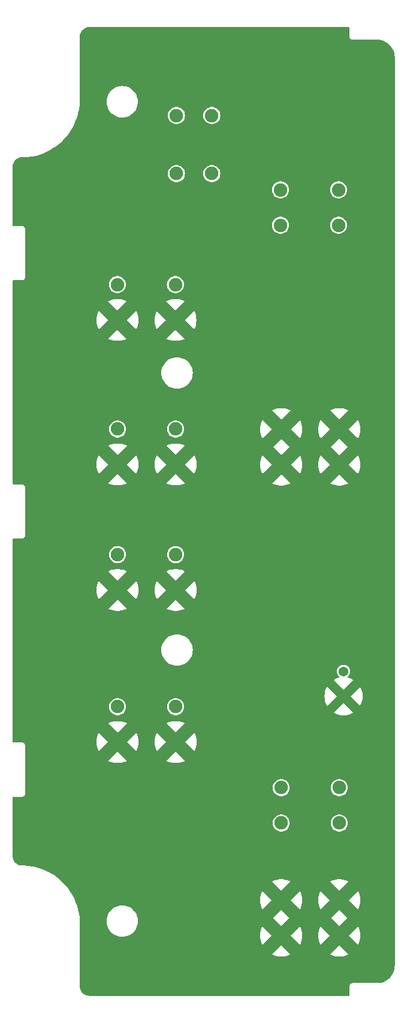
<source format=gbr>
%TF.GenerationSoftware,KiCad,Pcbnew,7.0.8*%
%TF.CreationDate,2024-04-29T16:50:17-06:00*%
%TF.ProjectId,GR-LRR-POWER-PCB-INPUT,47522d4c-5252-42d5-904f-5745522d5043,rev?*%
%TF.SameCoordinates,Original*%
%TF.FileFunction,Copper,L2,Bot*%
%TF.FilePolarity,Positive*%
%FSLAX46Y46*%
G04 Gerber Fmt 4.6, Leading zero omitted, Abs format (unit mm)*
G04 Created by KiCad (PCBNEW 7.0.8) date 2024-04-29 16:50:17*
%MOMM*%
%LPD*%
G01*
G04 APERTURE LIST*
%TA.AperFunction,ComponentPad*%
%ADD10C,1.905000*%
%TD*%
%TA.AperFunction,ComponentPad*%
%ADD11C,1.371600*%
%TD*%
%TA.AperFunction,ViaPad*%
%ADD12C,0.800000*%
%TD*%
G04 APERTURE END LIST*
D10*
%TO.P,J3,1_1,1_1*%
%TO.N,BV1*%
X64907600Y-98957099D03*
%TO.P,J3,1_2,1_2*%
X56707601Y-98957099D03*
%TO.P,J3,2_1,2_1*%
%TO.N,BG*%
X64907600Y-103957099D03*
%TO.P,J3,2_2,2_2*%
X56707601Y-103957099D03*
%TD*%
%TO.P,J1,1_1,1_1*%
%TO.N,BV1*%
X64882399Y-60830000D03*
%TO.P,J1,1_2,1_2*%
X56682400Y-60830000D03*
%TO.P,J1,2_1,2_1*%
%TO.N,BG*%
X64882399Y-65830000D03*
%TO.P,J1,2_2,2_2*%
X56682400Y-65830000D03*
%TD*%
%TO.P,J4,1_1,1_1*%
%TO.N,BV1*%
X64907600Y-120420099D03*
%TO.P,J4,1_2,1_2*%
X56707601Y-120420099D03*
%TO.P,J4,2_1,2_1*%
%TO.N,BG*%
X64907600Y-125420099D03*
%TO.P,J4,2_2,2_2*%
X56707601Y-125420099D03*
%TD*%
%TO.P,J7,1_1,1_1*%
%TO.N,BV_OUT*%
X79826001Y-136852000D03*
%TO.P,J7,1_2,1_2*%
X88026000Y-136852000D03*
%TO.P,J7,2_1,2_1*%
X79826001Y-131852000D03*
%TO.P,J7,2_2,2_2*%
X88026000Y-131852000D03*
%TD*%
%TO.P,J6,1_1,1_1*%
%TO.N,BG*%
X79826001Y-152752000D03*
%TO.P,J6,1_2,1_2*%
X88026000Y-152752000D03*
%TO.P,J6,2_1,2_1*%
X79826001Y-147752000D03*
%TO.P,J6,2_2,2_2*%
X88026000Y-147752000D03*
%TD*%
%TO.P,J9,1_1,1_1*%
%TO.N,BG*%
X79826001Y-86252000D03*
%TO.P,J9,1_2,1_2*%
X88026000Y-86252000D03*
%TO.P,J9,2_1,2_1*%
X79826001Y-81252000D03*
%TO.P,J9,2_2,2_2*%
X88026000Y-81252000D03*
%TD*%
%TO.P,J5,1_1,1_1*%
%TO.N,BV_OUT*%
X79726001Y-52452000D03*
%TO.P,J5,1_2,1_2*%
X87926000Y-52452000D03*
%TO.P,J5,2_1,2_1*%
X79726001Y-47452000D03*
%TO.P,J5,2_2,2_2*%
X87926000Y-47452000D03*
%TD*%
D11*
%TO.P,C1,1*%
%TO.N,BV_OUT*%
X88626000Y-115452000D03*
%TO.P,C1,2*%
%TO.N,BG*%
X88626000Y-118952001D03*
%TD*%
D10*
%TO.P,J2,1_1,1_1*%
%TO.N,BV1*%
X64907600Y-81227899D03*
%TO.P,J2,1_2,1_2*%
X56707601Y-81227899D03*
%TO.P,J2,2_1,2_1*%
%TO.N,BG*%
X64907600Y-86227899D03*
%TO.P,J2,2_2,2_2*%
X56707601Y-86227899D03*
%TD*%
%TO.P,J8,1_1,1_1*%
%TO.N,BV*%
X70026000Y-45152000D03*
%TO.P,J8,1_2,1_2*%
X70026000Y-36952001D03*
%TO.P,J8,2_1,2_1*%
%TO.N,BV1*%
X65026000Y-45152000D03*
%TO.P,J8,2_2,2_2*%
X65026000Y-36952001D03*
%TD*%
D12*
%TO.N,BG*%
X73678000Y-112409200D03*
%TD*%
%TA.AperFunction,Conductor*%
%TO.N,BG*%
G36*
X89387923Y-24482286D02*
G01*
X89433678Y-24535090D01*
X89444884Y-24586601D01*
X89444884Y-25828841D01*
X89452574Y-25855032D01*
X89456331Y-25872301D01*
X89456832Y-25875779D01*
X89460219Y-25899335D01*
X89471557Y-25924161D01*
X89477739Y-25940736D01*
X89485430Y-25966929D01*
X89485431Y-25966931D01*
X89500190Y-25989897D01*
X89508666Y-26005419D01*
X89520007Y-26030251D01*
X89531821Y-26043885D01*
X89537880Y-26050878D01*
X89548479Y-26065038D01*
X89563237Y-26088001D01*
X89563241Y-26088006D01*
X89583872Y-26105884D01*
X89596376Y-26118388D01*
X89614255Y-26139020D01*
X89614256Y-26139021D01*
X89637228Y-26153783D01*
X89651380Y-26164378D01*
X89672011Y-26182255D01*
X89695283Y-26192883D01*
X89696835Y-26193592D01*
X89712362Y-26202070D01*
X89735331Y-26216831D01*
X89761520Y-26224521D01*
X89778097Y-26230704D01*
X89802922Y-26242041D01*
X89802923Y-26242041D01*
X89802927Y-26242043D01*
X89829948Y-26245928D01*
X89847230Y-26249687D01*
X89873423Y-26257378D01*
X89909585Y-26257378D01*
X93306012Y-26257378D01*
X93370026Y-26257378D01*
X93373771Y-26257491D01*
X93419937Y-26260283D01*
X93669445Y-26275376D01*
X93676879Y-26276280D01*
X93966388Y-26329335D01*
X93973658Y-26331126D01*
X94254665Y-26418691D01*
X94261658Y-26421344D01*
X94530061Y-26542142D01*
X94536696Y-26545625D01*
X94788574Y-26697889D01*
X94794741Y-26702146D01*
X95026427Y-26883660D01*
X95032036Y-26888629D01*
X95240160Y-27096751D01*
X95245130Y-27102360D01*
X95426645Y-27334046D01*
X95430902Y-27340213D01*
X95583171Y-27592094D01*
X95586654Y-27598730D01*
X95707448Y-27867121D01*
X95710105Y-27874128D01*
X95797669Y-28155122D01*
X95799462Y-28162398D01*
X95852518Y-28451907D01*
X95853421Y-28459346D01*
X95871292Y-28754734D01*
X95871405Y-28758479D01*
X95871405Y-156955735D01*
X95871292Y-156959480D01*
X95853404Y-157255149D01*
X95852501Y-157262588D01*
X95799446Y-157552093D01*
X95797653Y-157559369D01*
X95710091Y-157840363D01*
X95707433Y-157847370D01*
X95586640Y-158115759D01*
X95583157Y-158122395D01*
X95430888Y-158374276D01*
X95426631Y-158380443D01*
X95245115Y-158612130D01*
X95240145Y-158617739D01*
X95032032Y-158825852D01*
X95026423Y-158830821D01*
X94794733Y-159012339D01*
X94788565Y-159016596D01*
X94536689Y-159168859D01*
X94530054Y-159172342D01*
X94261654Y-159293138D01*
X94254648Y-159295796D01*
X93973657Y-159383356D01*
X93966381Y-159385150D01*
X93676878Y-159438202D01*
X93669440Y-159439105D01*
X93412665Y-159454639D01*
X93373553Y-159457005D01*
X93369816Y-159457118D01*
X90017345Y-159457118D01*
X89873423Y-159457118D01*
X89873420Y-159457118D01*
X89873418Y-159457119D01*
X89847226Y-159464808D01*
X89829952Y-159468566D01*
X89802928Y-159472452D01*
X89802925Y-159472453D01*
X89778094Y-159483793D01*
X89761525Y-159489973D01*
X89748555Y-159493781D01*
X89735331Y-159497665D01*
X89735329Y-159497665D01*
X89735329Y-159497666D01*
X89712366Y-159512423D01*
X89696845Y-159520898D01*
X89672012Y-159532239D01*
X89672009Y-159532241D01*
X89651384Y-159550113D01*
X89637224Y-159560713D01*
X89614260Y-159575471D01*
X89614255Y-159575475D01*
X89596377Y-159596107D01*
X89583873Y-159608611D01*
X89563241Y-159626489D01*
X89563237Y-159626494D01*
X89548479Y-159649458D01*
X89537879Y-159663618D01*
X89520007Y-159684243D01*
X89520005Y-159684246D01*
X89508664Y-159709079D01*
X89500189Y-159724600D01*
X89485432Y-159747563D01*
X89477739Y-159773759D01*
X89471559Y-159790328D01*
X89460219Y-159815159D01*
X89460218Y-159815162D01*
X89456332Y-159842186D01*
X89452574Y-159859460D01*
X89444885Y-159885652D01*
X89444884Y-159885660D01*
X89444884Y-161127895D01*
X89425199Y-161194934D01*
X89372395Y-161240689D01*
X89320884Y-161251895D01*
X52713109Y-161251895D01*
X52708241Y-161251704D01*
X52510978Y-161236173D01*
X52491761Y-161233129D01*
X52306494Y-161188647D01*
X52287989Y-161182635D01*
X52111948Y-161109714D01*
X52094611Y-161100880D01*
X51932148Y-161001321D01*
X51916407Y-160989884D01*
X51771520Y-160866137D01*
X51757762Y-160852379D01*
X51634015Y-160707492D01*
X51622578Y-160691751D01*
X51523019Y-160529288D01*
X51514185Y-160511951D01*
X51491881Y-160458105D01*
X51441261Y-160335903D01*
X51435252Y-160317405D01*
X51420858Y-160257455D01*
X51390769Y-160132137D01*
X51387725Y-160112921D01*
X51372196Y-159915658D01*
X51372005Y-159910791D01*
X51372005Y-155401706D01*
X78523331Y-155401706D01*
X78654586Y-155467624D01*
X78654587Y-155467625D01*
X78977781Y-155585258D01*
X79312434Y-155664572D01*
X79654043Y-155704499D01*
X79654044Y-155704500D01*
X79997958Y-155704500D01*
X79997958Y-155704499D01*
X80339566Y-155664572D01*
X80339568Y-155664572D01*
X80674220Y-155585258D01*
X80997414Y-155467625D01*
X80997415Y-155467624D01*
X81128669Y-155401706D01*
X86723330Y-155401706D01*
X86854585Y-155467624D01*
X86854586Y-155467625D01*
X87177780Y-155585258D01*
X87512433Y-155664572D01*
X87854042Y-155704499D01*
X87854043Y-155704500D01*
X88197957Y-155704500D01*
X88197957Y-155704499D01*
X88539565Y-155664572D01*
X88539567Y-155664572D01*
X88874219Y-155585258D01*
X89197413Y-155467625D01*
X89197414Y-155467624D01*
X89328668Y-155401706D01*
X89328668Y-155401705D01*
X88026000Y-154099038D01*
X86723330Y-155401705D01*
X86723330Y-155401706D01*
X81128669Y-155401706D01*
X81128669Y-155401705D01*
X79826001Y-154099038D01*
X78523331Y-155401705D01*
X78523331Y-155401706D01*
X51372005Y-155401706D01*
X51372005Y-150744467D01*
X51369356Y-150705748D01*
X55145449Y-150705748D01*
X55164439Y-150995482D01*
X55164441Y-150995494D01*
X55221083Y-151280254D01*
X55221087Y-151280269D01*
X55314419Y-151555214D01*
X55442837Y-151815621D01*
X55442840Y-151815625D01*
X55601783Y-152053500D01*
X55604155Y-152057049D01*
X55795599Y-152275350D01*
X55947591Y-152408643D01*
X56013902Y-152466796D01*
X56255325Y-152628110D01*
X56255328Y-152628112D01*
X56334565Y-152667187D01*
X56515739Y-152756532D01*
X56790688Y-152849865D01*
X57075466Y-152906511D01*
X57365202Y-152925501D01*
X57654938Y-152906511D01*
X57939716Y-152849865D01*
X58214665Y-152756532D01*
X58223849Y-152752003D01*
X76868497Y-152752003D01*
X76888495Y-153095345D01*
X76888496Y-153095356D01*
X76948214Y-153434038D01*
X76948217Y-153434048D01*
X77046856Y-153763527D01*
X77173603Y-154057358D01*
X77173604Y-154057359D01*
X78394150Y-152836813D01*
X79127501Y-152836813D01*
X79168096Y-153001511D01*
X79246925Y-153151707D01*
X79359408Y-153278675D01*
X79499008Y-153375033D01*
X79657611Y-153435184D01*
X79783751Y-153450500D01*
X79868251Y-153450500D01*
X79994391Y-153435184D01*
X80152994Y-153375033D01*
X80292594Y-153278675D01*
X80405077Y-153151707D01*
X80483906Y-153001511D01*
X80524501Y-152836813D01*
X80524501Y-152752001D01*
X81173039Y-152752001D01*
X82478397Y-154057359D01*
X82605145Y-153763527D01*
X82703784Y-153434048D01*
X82703787Y-153434038D01*
X82763505Y-153095356D01*
X82763506Y-153095345D01*
X82783505Y-152752003D01*
X85068496Y-152752003D01*
X85088494Y-153095345D01*
X85088495Y-153095356D01*
X85148213Y-153434038D01*
X85148216Y-153434048D01*
X85246855Y-153763527D01*
X85373602Y-154057358D01*
X85373603Y-154057359D01*
X86594149Y-152836813D01*
X87327500Y-152836813D01*
X87368095Y-153001511D01*
X87446924Y-153151707D01*
X87559407Y-153278675D01*
X87699007Y-153375033D01*
X87857610Y-153435184D01*
X87983750Y-153450500D01*
X88068250Y-153450500D01*
X88194390Y-153435184D01*
X88352993Y-153375033D01*
X88492593Y-153278675D01*
X88605076Y-153151707D01*
X88683905Y-153001511D01*
X88724500Y-152836813D01*
X88724500Y-152752000D01*
X89373038Y-152752000D01*
X90678396Y-154057359D01*
X90805144Y-153763527D01*
X90903783Y-153434048D01*
X90903786Y-153434038D01*
X90963504Y-153095356D01*
X90963505Y-153095345D01*
X90983504Y-152752003D01*
X90983504Y-152751996D01*
X90963505Y-152408654D01*
X90963504Y-152408643D01*
X90903786Y-152069961D01*
X90903783Y-152069951D01*
X90805144Y-151740472D01*
X90678396Y-151446639D01*
X89373038Y-152751999D01*
X89373038Y-152752000D01*
X88724500Y-152752000D01*
X88724500Y-152667187D01*
X88683905Y-152502489D01*
X88605076Y-152352293D01*
X88492593Y-152225325D01*
X88352993Y-152128967D01*
X88194390Y-152068816D01*
X88068250Y-152053500D01*
X87983750Y-152053500D01*
X87857610Y-152068816D01*
X87699007Y-152128967D01*
X87559407Y-152225325D01*
X87446924Y-152352293D01*
X87368095Y-152502489D01*
X87327500Y-152667187D01*
X87327500Y-152836813D01*
X86594149Y-152836813D01*
X86678962Y-152752000D01*
X86678962Y-152751999D01*
X85373602Y-151446640D01*
X85246855Y-151740472D01*
X85148216Y-152069951D01*
X85148213Y-152069961D01*
X85088495Y-152408643D01*
X85088494Y-152408654D01*
X85068496Y-152751996D01*
X85068496Y-152752003D01*
X82783505Y-152752003D01*
X82783505Y-152751996D01*
X82763506Y-152408654D01*
X82763505Y-152408643D01*
X82703787Y-152069961D01*
X82703784Y-152069951D01*
X82605145Y-151740472D01*
X82478397Y-151446639D01*
X81173039Y-152751999D01*
X81173039Y-152752001D01*
X80524501Y-152752001D01*
X80524501Y-152667187D01*
X80483906Y-152502489D01*
X80405077Y-152352293D01*
X80292594Y-152225325D01*
X80152994Y-152128967D01*
X79994391Y-152068816D01*
X79868251Y-152053500D01*
X79783751Y-152053500D01*
X79657611Y-152068816D01*
X79499008Y-152128967D01*
X79359408Y-152225325D01*
X79246925Y-152352293D01*
X79168096Y-152502489D01*
X79127501Y-152667187D01*
X79127501Y-152836813D01*
X78394150Y-152836813D01*
X78478963Y-152752000D01*
X78478963Y-152751999D01*
X77173604Y-151446640D01*
X77173603Y-151446640D01*
X77046856Y-151740472D01*
X76948217Y-152069951D01*
X76948214Y-152069961D01*
X76888496Y-152408643D01*
X76888495Y-152408654D01*
X76868497Y-152751996D01*
X76868497Y-152752003D01*
X58223849Y-152752003D01*
X58475079Y-152628110D01*
X58716502Y-152466796D01*
X58934804Y-152275350D01*
X59126250Y-152057048D01*
X59287564Y-151815625D01*
X59415986Y-151555211D01*
X59509319Y-151280262D01*
X59565965Y-150995484D01*
X59584955Y-150705748D01*
X59565965Y-150416012D01*
X59533341Y-150252000D01*
X78673039Y-150252000D01*
X79826001Y-151404962D01*
X80978963Y-150252000D01*
X86873038Y-150252000D01*
X88026000Y-151404962D01*
X89178962Y-150252000D01*
X88026000Y-149099038D01*
X86873038Y-150252000D01*
X80978963Y-150252000D01*
X79826001Y-149099038D01*
X78673039Y-150252000D01*
X59533341Y-150252000D01*
X59509319Y-150131234D01*
X59415986Y-149856285D01*
X59376280Y-149775770D01*
X59287569Y-149595881D01*
X59287560Y-149595866D01*
X59224367Y-149501291D01*
X59126250Y-149354448D01*
X59084304Y-149306618D01*
X58934804Y-149136145D01*
X58716503Y-148944701D01*
X58475075Y-148783383D01*
X58214668Y-148654965D01*
X57939723Y-148561633D01*
X57939717Y-148561631D01*
X57939716Y-148561631D01*
X57939714Y-148561630D01*
X57939708Y-148561629D01*
X57654948Y-148504987D01*
X57654938Y-148504985D01*
X57365202Y-148485995D01*
X57075466Y-148504985D01*
X57075460Y-148504986D01*
X57075455Y-148504987D01*
X56790695Y-148561629D01*
X56790680Y-148561633D01*
X56515735Y-148654965D01*
X56255335Y-148783380D01*
X56255320Y-148783389D01*
X56013900Y-148944701D01*
X55795599Y-149136145D01*
X55604155Y-149354446D01*
X55442843Y-149595866D01*
X55442834Y-149595881D01*
X55314419Y-149856281D01*
X55221087Y-150131226D01*
X55221083Y-150131241D01*
X55164441Y-150416001D01*
X55164439Y-150416013D01*
X55145449Y-150705748D01*
X51369356Y-150705748D01*
X51356135Y-150512463D01*
X51333954Y-150188188D01*
X51258031Y-149635809D01*
X51199564Y-149354448D01*
X51144592Y-149089904D01*
X50994158Y-148553001D01*
X50896662Y-148278675D01*
X50807438Y-148027622D01*
X50687720Y-147752003D01*
X76868497Y-147752003D01*
X76888495Y-148095345D01*
X76888496Y-148095356D01*
X76948214Y-148434038D01*
X76948217Y-148434048D01*
X77046856Y-148763527D01*
X77173603Y-149057358D01*
X77173604Y-149057359D01*
X78394150Y-147836813D01*
X79127501Y-147836813D01*
X79168096Y-148001511D01*
X79246925Y-148151707D01*
X79359408Y-148278675D01*
X79499008Y-148375033D01*
X79657611Y-148435184D01*
X79783751Y-148450500D01*
X79868251Y-148450500D01*
X79994391Y-148435184D01*
X80152994Y-148375033D01*
X80292594Y-148278675D01*
X80405077Y-148151707D01*
X80483906Y-148001511D01*
X80524501Y-147836813D01*
X80524501Y-147752001D01*
X81173039Y-147752001D01*
X82478397Y-149057359D01*
X82605145Y-148763527D01*
X82703784Y-148434048D01*
X82703787Y-148434038D01*
X82763505Y-148095356D01*
X82763506Y-148095345D01*
X82783505Y-147752003D01*
X85068496Y-147752003D01*
X85088494Y-148095345D01*
X85088495Y-148095356D01*
X85148213Y-148434038D01*
X85148216Y-148434048D01*
X85246855Y-148763527D01*
X85373602Y-149057358D01*
X85373603Y-149057359D01*
X86594149Y-147836813D01*
X87327500Y-147836813D01*
X87368095Y-148001511D01*
X87446924Y-148151707D01*
X87559407Y-148278675D01*
X87699007Y-148375033D01*
X87857610Y-148435184D01*
X87983750Y-148450500D01*
X88068250Y-148450500D01*
X88194390Y-148435184D01*
X88352993Y-148375033D01*
X88492593Y-148278675D01*
X88605076Y-148151707D01*
X88683905Y-148001511D01*
X88724500Y-147836813D01*
X88724500Y-147752000D01*
X89373038Y-147752000D01*
X90678396Y-149057359D01*
X90805144Y-148763527D01*
X90903783Y-148434048D01*
X90903786Y-148434038D01*
X90963504Y-148095356D01*
X90963505Y-148095345D01*
X90983504Y-147752003D01*
X90983504Y-147751996D01*
X90963505Y-147408654D01*
X90963504Y-147408643D01*
X90903786Y-147069961D01*
X90903783Y-147069951D01*
X90805144Y-146740472D01*
X90678396Y-146446639D01*
X89373038Y-147751999D01*
X89373038Y-147752000D01*
X88724500Y-147752000D01*
X88724500Y-147667187D01*
X88683905Y-147502489D01*
X88605076Y-147352293D01*
X88492593Y-147225325D01*
X88352993Y-147128967D01*
X88194390Y-147068816D01*
X88068250Y-147053500D01*
X87983750Y-147053500D01*
X87857610Y-147068816D01*
X87699007Y-147128967D01*
X87559407Y-147225325D01*
X87446924Y-147352293D01*
X87368095Y-147502489D01*
X87327500Y-147667187D01*
X87327500Y-147836813D01*
X86594149Y-147836813D01*
X86678962Y-147752000D01*
X86678962Y-147751999D01*
X85373602Y-146446640D01*
X85246855Y-146740472D01*
X85148216Y-147069951D01*
X85148213Y-147069961D01*
X85088495Y-147408643D01*
X85088494Y-147408654D01*
X85068496Y-147751996D01*
X85068496Y-147752003D01*
X82783505Y-147752003D01*
X82783505Y-147751996D01*
X82763506Y-147408654D01*
X82763505Y-147408643D01*
X82703787Y-147069961D01*
X82703784Y-147069951D01*
X82605145Y-146740472D01*
X82478397Y-146446639D01*
X81173039Y-147751999D01*
X81173039Y-147752001D01*
X80524501Y-147752001D01*
X80524501Y-147667187D01*
X80483906Y-147502489D01*
X80405077Y-147352293D01*
X80292594Y-147225325D01*
X80152994Y-147128967D01*
X79994391Y-147068816D01*
X79868251Y-147053500D01*
X79783751Y-147053500D01*
X79657611Y-147068816D01*
X79499008Y-147128967D01*
X79359408Y-147225325D01*
X79246925Y-147352293D01*
X79168096Y-147502489D01*
X79127501Y-147667187D01*
X79127501Y-147836813D01*
X78394150Y-147836813D01*
X78478963Y-147752000D01*
X78478963Y-147751999D01*
X77173604Y-146446640D01*
X77173603Y-146446640D01*
X77046856Y-146740472D01*
X76948217Y-147069951D01*
X76948214Y-147069961D01*
X76888496Y-147408643D01*
X76888495Y-147408654D01*
X76868497Y-147751996D01*
X76868497Y-147752003D01*
X50687720Y-147752003D01*
X50585300Y-147516210D01*
X50428046Y-147212722D01*
X50328785Y-147021156D01*
X50039078Y-146544752D01*
X49717536Y-146089232D01*
X49365654Y-145656710D01*
X48985082Y-145249218D01*
X48827764Y-145102293D01*
X78523332Y-145102293D01*
X79826001Y-146404962D01*
X79826002Y-146404962D01*
X81128668Y-145102293D01*
X86723331Y-145102293D01*
X88026000Y-146404962D01*
X88026001Y-146404962D01*
X89328667Y-145102293D01*
X89197403Y-145036370D01*
X88874219Y-144918741D01*
X88539566Y-144839427D01*
X88197957Y-144799500D01*
X87854043Y-144799500D01*
X87512434Y-144839427D01*
X87512432Y-144839427D01*
X87177780Y-144918741D01*
X86854592Y-145036372D01*
X86723331Y-145102293D01*
X81128668Y-145102293D01*
X80997404Y-145036370D01*
X80674220Y-144918741D01*
X80339567Y-144839427D01*
X79997958Y-144799500D01*
X79654044Y-144799500D01*
X79312435Y-144839427D01*
X79312433Y-144839427D01*
X78977781Y-144918741D01*
X78654593Y-145036372D01*
X78523332Y-145102293D01*
X48827764Y-145102293D01*
X48577590Y-144868646D01*
X48145068Y-144516764D01*
X47689548Y-144195222D01*
X47213144Y-143905515D01*
X46935065Y-143761427D01*
X46718090Y-143649000D01*
X46206678Y-143426862D01*
X45681299Y-143240142D01*
X45470355Y-143181038D01*
X45144396Y-143089708D01*
X44803961Y-143018966D01*
X44598491Y-142976269D01*
X44046112Y-142900346D01*
X44046113Y-142900346D01*
X43966644Y-142894910D01*
X43489839Y-142862295D01*
X43489833Y-142862295D01*
X43213509Y-142862295D01*
X43208641Y-142862104D01*
X43011378Y-142846573D01*
X42992161Y-142843529D01*
X42806894Y-142799047D01*
X42788389Y-142793035D01*
X42612348Y-142720114D01*
X42595011Y-142711280D01*
X42432548Y-142611721D01*
X42416807Y-142600284D01*
X42271920Y-142476537D01*
X42258162Y-142462779D01*
X42134415Y-142317892D01*
X42122978Y-142302151D01*
X42023419Y-142139688D01*
X42014585Y-142122351D01*
X41941661Y-141946303D01*
X41935652Y-141927805D01*
X41891170Y-141742538D01*
X41888125Y-141723321D01*
X41872596Y-141526058D01*
X41872405Y-141521191D01*
X41872405Y-136852000D01*
X78617847Y-136852000D01*
X78638417Y-137073997D01*
X78638418Y-137073999D01*
X78699429Y-137288431D01*
X78699435Y-137288446D01*
X78798808Y-137488011D01*
X78933164Y-137665928D01*
X79097926Y-137816128D01*
X79287480Y-137933495D01*
X79495374Y-138014033D01*
X79714527Y-138055000D01*
X79714529Y-138055000D01*
X79937473Y-138055000D01*
X79937475Y-138055000D01*
X80156628Y-138014033D01*
X80364522Y-137933495D01*
X80554076Y-137816128D01*
X80718838Y-137665928D01*
X80853194Y-137488011D01*
X80952571Y-137288436D01*
X81013584Y-137073998D01*
X81034155Y-136852000D01*
X86817846Y-136852000D01*
X86838416Y-137073997D01*
X86838417Y-137073999D01*
X86899428Y-137288431D01*
X86899434Y-137288446D01*
X86998807Y-137488011D01*
X87133163Y-137665928D01*
X87297925Y-137816128D01*
X87487479Y-137933495D01*
X87695373Y-138014033D01*
X87914526Y-138055000D01*
X87914528Y-138055000D01*
X88137472Y-138055000D01*
X88137474Y-138055000D01*
X88356627Y-138014033D01*
X88564521Y-137933495D01*
X88754075Y-137816128D01*
X88918837Y-137665928D01*
X89053193Y-137488011D01*
X89152570Y-137288436D01*
X89213583Y-137073998D01*
X89234154Y-136852000D01*
X89213583Y-136630002D01*
X89152570Y-136415564D01*
X89053193Y-136215989D01*
X88918837Y-136038072D01*
X88918834Y-136038069D01*
X88918831Y-136038066D01*
X88754076Y-135887873D01*
X88754075Y-135887872D01*
X88564521Y-135770505D01*
X88356627Y-135689967D01*
X88137474Y-135649000D01*
X87914526Y-135649000D01*
X87695373Y-135689967D01*
X87695370Y-135689967D01*
X87695370Y-135689968D01*
X87487481Y-135770504D01*
X87487480Y-135770504D01*
X87297923Y-135887873D01*
X87133168Y-136038066D01*
X87133165Y-136038069D01*
X86998807Y-136215988D01*
X86899434Y-136415553D01*
X86899428Y-136415568D01*
X86838417Y-136630000D01*
X86838416Y-136630002D01*
X86817846Y-136851999D01*
X86817846Y-136852000D01*
X81034155Y-136852000D01*
X81013584Y-136630002D01*
X80952571Y-136415564D01*
X80853194Y-136215989D01*
X80718838Y-136038072D01*
X80718835Y-136038069D01*
X80718832Y-136038066D01*
X80554077Y-135887873D01*
X80554076Y-135887872D01*
X80364522Y-135770505D01*
X80156628Y-135689967D01*
X79937475Y-135649000D01*
X79714527Y-135649000D01*
X79495374Y-135689967D01*
X79495371Y-135689967D01*
X79495371Y-135689968D01*
X79287482Y-135770504D01*
X79287481Y-135770504D01*
X79097924Y-135887873D01*
X78933169Y-136038066D01*
X78933166Y-136038069D01*
X78798808Y-136215988D01*
X78699435Y-136415553D01*
X78699429Y-136415568D01*
X78638418Y-136630000D01*
X78638417Y-136630002D01*
X78617847Y-136851999D01*
X78617847Y-136852000D01*
X41872405Y-136852000D01*
X41872405Y-133272516D01*
X41892090Y-133205477D01*
X41944894Y-133159722D01*
X41996405Y-133148516D01*
X43238642Y-133148516D01*
X43238643Y-133148516D01*
X43264835Y-133140825D01*
X43282118Y-133137066D01*
X43286564Y-133136426D01*
X43309139Y-133133181D01*
X43333969Y-133121840D01*
X43350544Y-133115658D01*
X43376735Y-133107969D01*
X43399702Y-133093208D01*
X43415222Y-133084733D01*
X43440055Y-133073393D01*
X43460688Y-133055513D01*
X43474830Y-133044926D01*
X43497810Y-133030159D01*
X43515697Y-133009515D01*
X43528181Y-132997031D01*
X43548825Y-132979144D01*
X43563592Y-132956164D01*
X43574179Y-132942022D01*
X43592059Y-132921389D01*
X43603399Y-132896556D01*
X43611874Y-132881036D01*
X43626635Y-132858069D01*
X43634324Y-132831878D01*
X43640506Y-132815303D01*
X43651847Y-132790473D01*
X43655732Y-132763452D01*
X43659491Y-132746169D01*
X43667182Y-132719977D01*
X43667182Y-132576055D01*
X43667182Y-131852000D01*
X78617847Y-131852000D01*
X78638417Y-132073997D01*
X78638418Y-132073999D01*
X78699429Y-132288431D01*
X78699435Y-132288446D01*
X78742357Y-132374643D01*
X78798808Y-132488011D01*
X78933164Y-132665928D01*
X79097926Y-132816128D01*
X79287480Y-132933495D01*
X79495374Y-133014033D01*
X79714527Y-133055000D01*
X79714529Y-133055000D01*
X79937473Y-133055000D01*
X79937475Y-133055000D01*
X80156628Y-133014033D01*
X80364522Y-132933495D01*
X80554076Y-132816128D01*
X80718838Y-132665928D01*
X80853194Y-132488011D01*
X80952571Y-132288436D01*
X81013584Y-132073998D01*
X81034155Y-131852000D01*
X86817846Y-131852000D01*
X86838416Y-132073997D01*
X86838417Y-132073999D01*
X86899428Y-132288431D01*
X86899434Y-132288446D01*
X86942356Y-132374643D01*
X86998807Y-132488011D01*
X87133163Y-132665928D01*
X87297925Y-132816128D01*
X87487479Y-132933495D01*
X87695373Y-133014033D01*
X87914526Y-133055000D01*
X87914528Y-133055000D01*
X88137472Y-133055000D01*
X88137474Y-133055000D01*
X88356627Y-133014033D01*
X88564521Y-132933495D01*
X88754075Y-132816128D01*
X88918837Y-132665928D01*
X89053193Y-132488011D01*
X89152570Y-132288436D01*
X89213583Y-132073998D01*
X89234154Y-131852000D01*
X89213583Y-131630002D01*
X89152570Y-131415564D01*
X89053193Y-131215989D01*
X88918837Y-131038072D01*
X88918834Y-131038069D01*
X88918831Y-131038066D01*
X88754076Y-130887873D01*
X88754075Y-130887872D01*
X88564521Y-130770505D01*
X88356627Y-130689967D01*
X88137474Y-130649000D01*
X87914526Y-130649000D01*
X87695373Y-130689967D01*
X87695370Y-130689967D01*
X87695370Y-130689968D01*
X87487481Y-130770504D01*
X87487480Y-130770504D01*
X87297923Y-130887873D01*
X87133168Y-131038066D01*
X87133165Y-131038069D01*
X86998807Y-131215988D01*
X86899434Y-131415553D01*
X86899428Y-131415568D01*
X86838417Y-131630000D01*
X86838416Y-131630002D01*
X86817846Y-131851999D01*
X86817846Y-131852000D01*
X81034155Y-131852000D01*
X81013584Y-131630002D01*
X80952571Y-131415564D01*
X80853194Y-131215989D01*
X80718838Y-131038072D01*
X80718835Y-131038069D01*
X80718832Y-131038066D01*
X80554077Y-130887873D01*
X80554076Y-130887872D01*
X80364522Y-130770505D01*
X80156628Y-130689967D01*
X79937475Y-130649000D01*
X79714527Y-130649000D01*
X79495374Y-130689967D01*
X79495371Y-130689967D01*
X79495371Y-130689968D01*
X79287482Y-130770504D01*
X79287481Y-130770504D01*
X79097924Y-130887873D01*
X78933169Y-131038066D01*
X78933166Y-131038069D01*
X78798808Y-131215988D01*
X78699435Y-131415553D01*
X78699429Y-131415568D01*
X78638418Y-131630000D01*
X78638417Y-131630002D01*
X78617847Y-131851999D01*
X78617847Y-131852000D01*
X43667182Y-131852000D01*
X43667182Y-128069805D01*
X55404931Y-128069805D01*
X55536186Y-128135723D01*
X55536187Y-128135724D01*
X55859381Y-128253357D01*
X56194034Y-128332671D01*
X56535643Y-128372598D01*
X56535644Y-128372599D01*
X56879558Y-128372599D01*
X56879558Y-128372598D01*
X57221166Y-128332671D01*
X57221168Y-128332671D01*
X57555820Y-128253357D01*
X57879014Y-128135724D01*
X57879015Y-128135723D01*
X58010269Y-128069805D01*
X63604930Y-128069805D01*
X63736185Y-128135723D01*
X63736186Y-128135724D01*
X64059380Y-128253357D01*
X64394033Y-128332671D01*
X64735642Y-128372598D01*
X64735643Y-128372599D01*
X65079557Y-128372599D01*
X65079557Y-128372598D01*
X65421165Y-128332671D01*
X65421167Y-128332671D01*
X65755819Y-128253357D01*
X66079013Y-128135724D01*
X66079014Y-128135723D01*
X66210268Y-128069805D01*
X66210268Y-128069804D01*
X64907600Y-126767137D01*
X63604930Y-128069804D01*
X63604930Y-128069805D01*
X58010269Y-128069805D01*
X58010269Y-128069804D01*
X56707601Y-126767137D01*
X55404931Y-128069804D01*
X55404931Y-128069805D01*
X43667182Y-128069805D01*
X43667182Y-125954081D01*
X43667182Y-125917919D01*
X43659491Y-125891726D01*
X43655732Y-125874444D01*
X43651847Y-125847426D01*
X43651847Y-125847423D01*
X43651845Y-125847418D01*
X43640508Y-125822593D01*
X43634325Y-125806016D01*
X43626635Y-125779828D01*
X43626635Y-125779826D01*
X43611874Y-125756858D01*
X43603396Y-125741331D01*
X43602687Y-125739779D01*
X43592059Y-125716507D01*
X43574182Y-125695876D01*
X43563587Y-125681724D01*
X43548825Y-125658752D01*
X43548824Y-125658751D01*
X43528192Y-125640872D01*
X43515688Y-125628368D01*
X43497810Y-125607737D01*
X43497805Y-125607733D01*
X43474842Y-125592975D01*
X43460682Y-125582376D01*
X43453689Y-125576317D01*
X43440055Y-125564503D01*
X43415223Y-125553162D01*
X43399701Y-125544686D01*
X43376735Y-125529927D01*
X43376733Y-125529926D01*
X43350540Y-125522235D01*
X43333970Y-125516054D01*
X43309139Y-125504715D01*
X43282105Y-125500827D01*
X43264836Y-125497070D01*
X43238645Y-125489380D01*
X43238643Y-125489380D01*
X43202481Y-125489380D01*
X41996405Y-125489380D01*
X41929366Y-125469695D01*
X41886393Y-125420102D01*
X53750097Y-125420102D01*
X53770095Y-125763444D01*
X53770096Y-125763455D01*
X53829814Y-126102137D01*
X53829817Y-126102147D01*
X53928456Y-126431626D01*
X54055203Y-126725457D01*
X54055204Y-126725458D01*
X55275750Y-125504912D01*
X56009101Y-125504912D01*
X56049696Y-125669610D01*
X56128525Y-125819806D01*
X56241008Y-125946774D01*
X56380608Y-126043132D01*
X56539211Y-126103283D01*
X56665351Y-126118599D01*
X56749851Y-126118599D01*
X56875991Y-126103283D01*
X57034594Y-126043132D01*
X57174194Y-125946774D01*
X57286677Y-125819806D01*
X57365506Y-125669610D01*
X57406101Y-125504912D01*
X57406101Y-125420099D01*
X58054639Y-125420099D01*
X59359997Y-126725458D01*
X59486745Y-126431626D01*
X59585384Y-126102147D01*
X59585387Y-126102137D01*
X59645105Y-125763455D01*
X59645106Y-125763444D01*
X59665105Y-125420102D01*
X61950096Y-125420102D01*
X61970094Y-125763444D01*
X61970095Y-125763455D01*
X62029813Y-126102137D01*
X62029816Y-126102147D01*
X62128455Y-126431626D01*
X62255202Y-126725457D01*
X62255203Y-126725458D01*
X63475749Y-125504912D01*
X64209100Y-125504912D01*
X64249695Y-125669610D01*
X64328524Y-125819806D01*
X64441007Y-125946774D01*
X64580607Y-126043132D01*
X64739210Y-126103283D01*
X64865350Y-126118599D01*
X64949850Y-126118599D01*
X65075990Y-126103283D01*
X65234593Y-126043132D01*
X65374193Y-125946774D01*
X65486676Y-125819806D01*
X65565505Y-125669610D01*
X65606100Y-125504912D01*
X65606100Y-125420100D01*
X66254638Y-125420100D01*
X67559996Y-126725458D01*
X67686744Y-126431626D01*
X67785383Y-126102147D01*
X67785386Y-126102137D01*
X67845104Y-125763455D01*
X67845105Y-125763444D01*
X67865104Y-125420102D01*
X67865104Y-125420095D01*
X67845105Y-125076753D01*
X67845104Y-125076742D01*
X67785386Y-124738060D01*
X67785383Y-124738050D01*
X67686744Y-124408571D01*
X67559996Y-124114738D01*
X66254638Y-125420098D01*
X66254638Y-125420100D01*
X65606100Y-125420100D01*
X65606100Y-125335286D01*
X65565505Y-125170588D01*
X65486676Y-125020392D01*
X65374193Y-124893424D01*
X65234593Y-124797066D01*
X65075990Y-124736915D01*
X64949850Y-124721599D01*
X64865350Y-124721599D01*
X64739210Y-124736915D01*
X64580607Y-124797066D01*
X64441007Y-124893424D01*
X64328524Y-125020392D01*
X64249695Y-125170588D01*
X64209100Y-125335286D01*
X64209100Y-125504912D01*
X63475749Y-125504912D01*
X63560562Y-125420099D01*
X63560562Y-125420098D01*
X62255203Y-124114739D01*
X62255202Y-124114739D01*
X62128455Y-124408571D01*
X62029816Y-124738050D01*
X62029813Y-124738060D01*
X61970095Y-125076742D01*
X61970094Y-125076753D01*
X61950096Y-125420095D01*
X61950096Y-125420102D01*
X59665105Y-125420102D01*
X59665105Y-125420095D01*
X59645106Y-125076753D01*
X59645105Y-125076742D01*
X59585387Y-124738060D01*
X59585384Y-124738050D01*
X59486745Y-124408571D01*
X59359997Y-124114738D01*
X58054639Y-125420098D01*
X58054639Y-125420099D01*
X57406101Y-125420099D01*
X57406101Y-125335286D01*
X57365506Y-125170588D01*
X57286677Y-125020392D01*
X57174194Y-124893424D01*
X57034594Y-124797066D01*
X56875991Y-124736915D01*
X56749851Y-124721599D01*
X56665351Y-124721599D01*
X56539211Y-124736915D01*
X56380608Y-124797066D01*
X56241008Y-124893424D01*
X56128525Y-125020392D01*
X56049696Y-125170588D01*
X56009101Y-125335286D01*
X56009101Y-125504912D01*
X55275750Y-125504912D01*
X55360563Y-125420099D01*
X55360563Y-125420098D01*
X54055204Y-124114739D01*
X54055203Y-124114739D01*
X53928456Y-124408571D01*
X53829817Y-124738050D01*
X53829814Y-124738060D01*
X53770096Y-125076742D01*
X53770095Y-125076753D01*
X53750097Y-125420095D01*
X53750097Y-125420102D01*
X41886393Y-125420102D01*
X41883611Y-125416891D01*
X41872405Y-125365380D01*
X41872405Y-122770392D01*
X55404932Y-122770392D01*
X56707601Y-124073061D01*
X56707602Y-124073061D01*
X58010268Y-122770392D01*
X63604931Y-122770392D01*
X64907600Y-124073061D01*
X64907601Y-124073061D01*
X66210267Y-122770392D01*
X66079003Y-122704469D01*
X65755819Y-122586840D01*
X65421166Y-122507526D01*
X65079557Y-122467599D01*
X64735643Y-122467599D01*
X64394034Y-122507526D01*
X64394032Y-122507526D01*
X64059380Y-122586840D01*
X63736192Y-122704471D01*
X63604931Y-122770392D01*
X58010268Y-122770392D01*
X57879004Y-122704469D01*
X57555820Y-122586840D01*
X57221167Y-122507526D01*
X56879558Y-122467599D01*
X56535644Y-122467599D01*
X56194035Y-122507526D01*
X56194033Y-122507526D01*
X55859381Y-122586840D01*
X55536193Y-122704471D01*
X55404932Y-122770392D01*
X41872405Y-122770392D01*
X41872405Y-120420099D01*
X55499447Y-120420099D01*
X55520017Y-120642096D01*
X55520018Y-120642098D01*
X55581029Y-120856530D01*
X55581035Y-120856545D01*
X55680408Y-121056110D01*
X55814766Y-121234029D01*
X55814769Y-121234032D01*
X55924987Y-121334508D01*
X55979526Y-121384227D01*
X56169080Y-121501594D01*
X56376974Y-121582132D01*
X56596127Y-121623099D01*
X56596129Y-121623099D01*
X56819073Y-121623099D01*
X56819075Y-121623099D01*
X57038228Y-121582132D01*
X57246122Y-121501594D01*
X57435676Y-121384227D01*
X57600438Y-121234027D01*
X57734794Y-121056110D01*
X57834171Y-120856535D01*
X57895184Y-120642097D01*
X57915755Y-120420099D01*
X63699446Y-120420099D01*
X63720016Y-120642096D01*
X63720017Y-120642098D01*
X63781028Y-120856530D01*
X63781034Y-120856545D01*
X63880407Y-121056110D01*
X64014765Y-121234029D01*
X64014768Y-121234032D01*
X64124986Y-121334508D01*
X64179525Y-121384227D01*
X64369079Y-121501594D01*
X64576973Y-121582132D01*
X64796126Y-121623099D01*
X64796128Y-121623099D01*
X65019072Y-121623099D01*
X65019074Y-121623099D01*
X65238227Y-121582132D01*
X65446121Y-121501594D01*
X65635675Y-121384227D01*
X65757254Y-121273393D01*
X87274473Y-121273393D01*
X87375571Y-121334508D01*
X87671849Y-121467853D01*
X87671878Y-121467864D01*
X87982062Y-121564520D01*
X88301676Y-121623092D01*
X88626000Y-121642709D01*
X88950323Y-121623092D01*
X89269937Y-121564520D01*
X89580121Y-121467864D01*
X89580150Y-121467853D01*
X89876428Y-121334508D01*
X89977525Y-121273393D01*
X88626000Y-119921868D01*
X87274473Y-121273393D01*
X65757254Y-121273393D01*
X65800437Y-121234027D01*
X65934793Y-121056110D01*
X66034170Y-120856535D01*
X66095183Y-120642097D01*
X66115754Y-120420099D01*
X66095183Y-120198101D01*
X66034170Y-119983663D01*
X65995573Y-119906151D01*
X65985730Y-119886384D01*
X65934793Y-119784088D01*
X65800437Y-119606171D01*
X65800434Y-119606168D01*
X65800431Y-119606165D01*
X65635676Y-119455972D01*
X65635675Y-119455971D01*
X65446121Y-119338604D01*
X65238227Y-119258066D01*
X65019074Y-119217099D01*
X64796126Y-119217099D01*
X64576973Y-119258066D01*
X64576970Y-119258066D01*
X64576970Y-119258067D01*
X64369081Y-119338603D01*
X64369080Y-119338603D01*
X64179523Y-119455972D01*
X64014768Y-119606165D01*
X64014765Y-119606168D01*
X63880407Y-119784087D01*
X63781034Y-119983652D01*
X63781028Y-119983667D01*
X63720017Y-120198099D01*
X63720016Y-120198101D01*
X63699446Y-120420098D01*
X63699446Y-120420099D01*
X57915755Y-120420099D01*
X57895184Y-120198101D01*
X57834171Y-119983663D01*
X57795574Y-119906151D01*
X57785731Y-119886384D01*
X57734794Y-119784088D01*
X57600438Y-119606171D01*
X57600435Y-119606168D01*
X57600432Y-119606165D01*
X57435677Y-119455972D01*
X57435676Y-119455971D01*
X57246122Y-119338604D01*
X57038228Y-119258066D01*
X56819075Y-119217099D01*
X56596127Y-119217099D01*
X56376974Y-119258066D01*
X56376971Y-119258066D01*
X56376971Y-119258067D01*
X56169082Y-119338603D01*
X56169081Y-119338603D01*
X55979524Y-119455972D01*
X55814769Y-119606165D01*
X55814766Y-119606168D01*
X55680408Y-119784087D01*
X55581035Y-119983652D01*
X55581029Y-119983667D01*
X55520018Y-120198099D01*
X55520017Y-120198101D01*
X55499447Y-120420098D01*
X55499447Y-120420099D01*
X41872405Y-120420099D01*
X41872405Y-118952001D01*
X85935291Y-118952001D01*
X85954908Y-119276324D01*
X86013480Y-119595938D01*
X86110136Y-119906122D01*
X86110147Y-119906151D01*
X86243486Y-120202417D01*
X86243495Y-120202433D01*
X86304607Y-120303525D01*
X87656132Y-118952001D01*
X87656132Y-118952000D01*
X87623500Y-118919368D01*
X88190544Y-118919368D01*
X88200271Y-119049171D01*
X88247827Y-119170339D01*
X88328984Y-119272108D01*
X88436533Y-119345433D01*
X88560917Y-119383801D01*
X88658357Y-119383801D01*
X88754713Y-119369278D01*
X88871989Y-119312800D01*
X88967408Y-119224265D01*
X89032491Y-119111537D01*
X89061456Y-118984634D01*
X89059011Y-118952001D01*
X89595867Y-118952001D01*
X90947392Y-120303526D01*
X91008507Y-120202429D01*
X91141852Y-119906151D01*
X91141863Y-119906122D01*
X91238519Y-119595938D01*
X91297091Y-119276324D01*
X91316708Y-118952001D01*
X91297091Y-118627677D01*
X91238519Y-118308063D01*
X91141863Y-117997879D01*
X91141852Y-117997850D01*
X91008507Y-117701572D01*
X90947392Y-117600474D01*
X89595867Y-118952000D01*
X89595867Y-118952001D01*
X89059011Y-118952001D01*
X89051729Y-118854831D01*
X89004173Y-118733663D01*
X88923016Y-118631894D01*
X88815467Y-118558569D01*
X88691083Y-118520201D01*
X88593643Y-118520201D01*
X88497287Y-118534724D01*
X88380011Y-118591202D01*
X88284592Y-118679737D01*
X88219509Y-118792465D01*
X88190544Y-118919368D01*
X87623500Y-118919368D01*
X86304607Y-117600474D01*
X86304606Y-117600475D01*
X86243499Y-117701560D01*
X86243486Y-117701584D01*
X86110147Y-117997850D01*
X86110136Y-117997879D01*
X86013480Y-118308063D01*
X85954908Y-118627677D01*
X85935291Y-118952001D01*
X41872405Y-118952001D01*
X41872405Y-116630608D01*
X87274473Y-116630608D01*
X88625999Y-117982133D01*
X89977524Y-116630608D01*
X89876432Y-116569496D01*
X89876416Y-116569487D01*
X89580150Y-116436148D01*
X89580121Y-116436137D01*
X89311676Y-116352487D01*
X89253528Y-116313750D01*
X89225554Y-116249725D01*
X89236636Y-116180739D01*
X89256416Y-116151130D01*
X89387655Y-116005375D01*
X89486064Y-115834925D01*
X89546884Y-115647740D01*
X89567457Y-115452000D01*
X89546884Y-115256260D01*
X89486064Y-115069075D01*
X89387655Y-114898625D01*
X89336072Y-114841337D01*
X89255963Y-114752365D01*
X89255960Y-114752363D01*
X89255959Y-114752362D01*
X89255958Y-114752361D01*
X89176343Y-114694517D01*
X89096727Y-114636672D01*
X88923082Y-114559362D01*
X88916926Y-114556621D01*
X88916924Y-114556620D01*
X88724409Y-114515700D01*
X88527591Y-114515700D01*
X88335074Y-114556620D01*
X88335069Y-114556622D01*
X88155272Y-114636674D01*
X88155267Y-114636676D01*
X87996042Y-114752360D01*
X87864343Y-114898626D01*
X87765936Y-115069073D01*
X87705117Y-115256256D01*
X87705116Y-115256260D01*
X87684543Y-115452000D01*
X87705116Y-115647740D01*
X87705117Y-115647743D01*
X87765936Y-115834926D01*
X87843548Y-115969353D01*
X87864345Y-116005375D01*
X87934685Y-116083496D01*
X87995583Y-116151130D01*
X88025813Y-116214122D01*
X88017188Y-116283457D01*
X87972446Y-116337122D01*
X87940323Y-116352487D01*
X87671878Y-116436137D01*
X87671849Y-116436148D01*
X87375583Y-116569487D01*
X87375559Y-116569500D01*
X87274474Y-116630607D01*
X87274473Y-116630608D01*
X41872405Y-116630608D01*
X41872405Y-112415248D01*
X62886099Y-112415248D01*
X62905089Y-112704982D01*
X62905091Y-112704994D01*
X62961733Y-112989754D01*
X62961737Y-112989769D01*
X63055069Y-113264714D01*
X63183487Y-113525121D01*
X63344805Y-113766549D01*
X63536249Y-113984850D01*
X63706722Y-114134350D01*
X63754552Y-114176296D01*
X63995975Y-114337610D01*
X63995978Y-114337612D01*
X64243355Y-114459604D01*
X64256389Y-114466032D01*
X64531338Y-114559365D01*
X64816116Y-114616011D01*
X65105852Y-114635001D01*
X65395588Y-114616011D01*
X65680366Y-114559365D01*
X65955315Y-114466032D01*
X66215729Y-114337610D01*
X66457152Y-114176296D01*
X66675454Y-113984850D01*
X66866900Y-113766548D01*
X67028214Y-113525125D01*
X67156636Y-113264711D01*
X67249969Y-112989762D01*
X67306615Y-112704984D01*
X67325605Y-112415248D01*
X67306615Y-112125512D01*
X67249969Y-111840734D01*
X67156636Y-111565785D01*
X67116930Y-111485270D01*
X67028219Y-111305381D01*
X67028210Y-111305366D01*
X66970964Y-111219691D01*
X66866900Y-111063948D01*
X66824954Y-111016118D01*
X66675454Y-110845645D01*
X66457153Y-110654201D01*
X66215725Y-110492883D01*
X65955318Y-110364465D01*
X65680373Y-110271133D01*
X65680367Y-110271131D01*
X65680366Y-110271131D01*
X65680364Y-110271130D01*
X65680358Y-110271129D01*
X65395598Y-110214487D01*
X65395588Y-110214485D01*
X65105852Y-110195495D01*
X64816116Y-110214485D01*
X64816110Y-110214486D01*
X64816105Y-110214487D01*
X64531345Y-110271129D01*
X64531330Y-110271133D01*
X64256385Y-110364465D01*
X63995985Y-110492880D01*
X63995970Y-110492889D01*
X63754550Y-110654201D01*
X63536249Y-110845645D01*
X63344805Y-111063946D01*
X63183493Y-111305366D01*
X63183484Y-111305381D01*
X63055069Y-111565781D01*
X62961737Y-111840726D01*
X62961733Y-111840741D01*
X62905091Y-112125501D01*
X62905089Y-112125513D01*
X62886099Y-112415248D01*
X41872405Y-112415248D01*
X41872405Y-106606805D01*
X55404931Y-106606805D01*
X55536186Y-106672723D01*
X55536187Y-106672724D01*
X55859381Y-106790357D01*
X56194034Y-106869671D01*
X56535643Y-106909598D01*
X56535644Y-106909599D01*
X56879558Y-106909599D01*
X56879558Y-106909598D01*
X57221166Y-106869671D01*
X57221168Y-106869671D01*
X57555820Y-106790357D01*
X57879014Y-106672724D01*
X57879015Y-106672723D01*
X58010269Y-106606805D01*
X63604930Y-106606805D01*
X63736185Y-106672723D01*
X63736186Y-106672724D01*
X64059380Y-106790357D01*
X64394033Y-106869671D01*
X64735642Y-106909598D01*
X64735643Y-106909599D01*
X65079557Y-106909599D01*
X65079557Y-106909598D01*
X65421165Y-106869671D01*
X65421167Y-106869671D01*
X65755819Y-106790357D01*
X66079013Y-106672724D01*
X66079014Y-106672723D01*
X66210268Y-106606805D01*
X66210268Y-106606804D01*
X64907600Y-105304137D01*
X63604930Y-106606804D01*
X63604930Y-106606805D01*
X58010269Y-106606805D01*
X58010269Y-106606804D01*
X56707601Y-105304137D01*
X55404931Y-106606804D01*
X55404931Y-106606805D01*
X41872405Y-106606805D01*
X41872405Y-103957102D01*
X53750097Y-103957102D01*
X53770095Y-104300444D01*
X53770096Y-104300455D01*
X53829814Y-104639137D01*
X53829817Y-104639147D01*
X53928456Y-104968626D01*
X54055203Y-105262457D01*
X54055204Y-105262458D01*
X55275750Y-104041912D01*
X56009101Y-104041912D01*
X56049696Y-104206610D01*
X56128525Y-104356806D01*
X56241008Y-104483774D01*
X56380608Y-104580132D01*
X56539211Y-104640283D01*
X56665351Y-104655599D01*
X56749851Y-104655599D01*
X56875991Y-104640283D01*
X57034594Y-104580132D01*
X57174194Y-104483774D01*
X57286677Y-104356806D01*
X57365506Y-104206610D01*
X57406101Y-104041912D01*
X57406101Y-103957099D01*
X58054639Y-103957099D01*
X59359997Y-105262458D01*
X59486745Y-104968626D01*
X59585384Y-104639147D01*
X59585387Y-104639137D01*
X59645105Y-104300455D01*
X59645106Y-104300444D01*
X59665105Y-103957102D01*
X61950096Y-103957102D01*
X61970094Y-104300444D01*
X61970095Y-104300455D01*
X62029813Y-104639137D01*
X62029816Y-104639147D01*
X62128455Y-104968626D01*
X62255202Y-105262457D01*
X62255203Y-105262458D01*
X63475749Y-104041912D01*
X64209100Y-104041912D01*
X64249695Y-104206610D01*
X64328524Y-104356806D01*
X64441007Y-104483774D01*
X64580607Y-104580132D01*
X64739210Y-104640283D01*
X64865350Y-104655599D01*
X64949850Y-104655599D01*
X65075990Y-104640283D01*
X65234593Y-104580132D01*
X65374193Y-104483774D01*
X65486676Y-104356806D01*
X65565505Y-104206610D01*
X65606100Y-104041912D01*
X65606100Y-103957100D01*
X66254638Y-103957100D01*
X67559996Y-105262458D01*
X67686744Y-104968626D01*
X67785383Y-104639147D01*
X67785386Y-104639137D01*
X67845104Y-104300455D01*
X67845105Y-104300444D01*
X67865104Y-103957102D01*
X67865104Y-103957095D01*
X67845105Y-103613753D01*
X67845104Y-103613742D01*
X67785386Y-103275060D01*
X67785383Y-103275050D01*
X67686744Y-102945571D01*
X67559996Y-102651738D01*
X66254638Y-103957098D01*
X66254638Y-103957100D01*
X65606100Y-103957100D01*
X65606100Y-103872286D01*
X65565505Y-103707588D01*
X65486676Y-103557392D01*
X65374193Y-103430424D01*
X65234593Y-103334066D01*
X65075990Y-103273915D01*
X64949850Y-103258599D01*
X64865350Y-103258599D01*
X64739210Y-103273915D01*
X64580607Y-103334066D01*
X64441007Y-103430424D01*
X64328524Y-103557392D01*
X64249695Y-103707588D01*
X64209100Y-103872286D01*
X64209100Y-104041912D01*
X63475749Y-104041912D01*
X63560562Y-103957099D01*
X63560562Y-103957098D01*
X62255203Y-102651739D01*
X62255202Y-102651739D01*
X62128455Y-102945571D01*
X62029816Y-103275050D01*
X62029813Y-103275060D01*
X61970095Y-103613742D01*
X61970094Y-103613753D01*
X61950096Y-103957095D01*
X61950096Y-103957102D01*
X59665105Y-103957102D01*
X59665105Y-103957095D01*
X59645106Y-103613753D01*
X59645105Y-103613742D01*
X59585387Y-103275060D01*
X59585384Y-103275050D01*
X59486745Y-102945571D01*
X59359997Y-102651738D01*
X58054639Y-103957098D01*
X58054639Y-103957099D01*
X57406101Y-103957099D01*
X57406101Y-103872286D01*
X57365506Y-103707588D01*
X57286677Y-103557392D01*
X57174194Y-103430424D01*
X57034594Y-103334066D01*
X56875991Y-103273915D01*
X56749851Y-103258599D01*
X56665351Y-103258599D01*
X56539211Y-103273915D01*
X56380608Y-103334066D01*
X56241008Y-103430424D01*
X56128525Y-103557392D01*
X56049696Y-103707588D01*
X56009101Y-103872286D01*
X56009101Y-104041912D01*
X55275750Y-104041912D01*
X55360563Y-103957099D01*
X55360563Y-103957098D01*
X54055204Y-102651739D01*
X54055203Y-102651739D01*
X53928456Y-102945571D01*
X53829817Y-103275050D01*
X53829814Y-103275060D01*
X53770096Y-103613742D01*
X53770095Y-103613753D01*
X53750097Y-103957095D01*
X53750097Y-103957102D01*
X41872405Y-103957102D01*
X41872405Y-101307392D01*
X55404932Y-101307392D01*
X56707601Y-102610061D01*
X56707602Y-102610061D01*
X58010268Y-101307392D01*
X63604931Y-101307392D01*
X64907600Y-102610061D01*
X64907601Y-102610061D01*
X66210267Y-101307392D01*
X66079003Y-101241469D01*
X65755819Y-101123840D01*
X65421166Y-101044526D01*
X65079557Y-101004599D01*
X64735643Y-101004599D01*
X64394034Y-101044526D01*
X64394032Y-101044526D01*
X64059380Y-101123840D01*
X63736192Y-101241471D01*
X63604931Y-101307392D01*
X58010268Y-101307392D01*
X57879004Y-101241469D01*
X57555820Y-101123840D01*
X57221167Y-101044526D01*
X56879558Y-101004599D01*
X56535644Y-101004599D01*
X56194035Y-101044526D01*
X56194033Y-101044526D01*
X55859381Y-101123840D01*
X55536193Y-101241471D01*
X55404932Y-101307392D01*
X41872405Y-101307392D01*
X41872405Y-98957099D01*
X55499447Y-98957099D01*
X55520017Y-99179096D01*
X55520018Y-99179098D01*
X55581029Y-99393530D01*
X55581035Y-99393545D01*
X55680408Y-99593110D01*
X55814764Y-99771027D01*
X55979526Y-99921227D01*
X56169080Y-100038594D01*
X56376974Y-100119132D01*
X56596127Y-100160099D01*
X56596129Y-100160099D01*
X56819073Y-100160099D01*
X56819075Y-100160099D01*
X57038228Y-100119132D01*
X57246122Y-100038594D01*
X57435676Y-99921227D01*
X57600438Y-99771027D01*
X57734794Y-99593110D01*
X57834171Y-99393535D01*
X57895184Y-99179097D01*
X57915755Y-98957099D01*
X63699446Y-98957099D01*
X63720016Y-99179096D01*
X63720017Y-99179098D01*
X63781028Y-99393530D01*
X63781034Y-99393545D01*
X63880407Y-99593110D01*
X64014763Y-99771027D01*
X64179525Y-99921227D01*
X64369079Y-100038594D01*
X64576973Y-100119132D01*
X64796126Y-100160099D01*
X64796128Y-100160099D01*
X65019072Y-100160099D01*
X65019074Y-100160099D01*
X65238227Y-100119132D01*
X65446121Y-100038594D01*
X65635675Y-99921227D01*
X65800437Y-99771027D01*
X65934793Y-99593110D01*
X66034170Y-99393535D01*
X66095183Y-99179097D01*
X66115754Y-98957099D01*
X66095183Y-98735101D01*
X66034170Y-98520663D01*
X65934793Y-98321088D01*
X65800437Y-98143171D01*
X65800434Y-98143168D01*
X65800431Y-98143165D01*
X65635676Y-97992972D01*
X65635675Y-97992971D01*
X65446121Y-97875604D01*
X65238227Y-97795066D01*
X65019074Y-97754099D01*
X64796126Y-97754099D01*
X64576973Y-97795066D01*
X64576970Y-97795066D01*
X64576970Y-97795067D01*
X64369081Y-97875603D01*
X64369080Y-97875603D01*
X64179523Y-97992972D01*
X64014768Y-98143165D01*
X64014765Y-98143168D01*
X63880407Y-98321087D01*
X63781034Y-98520652D01*
X63781028Y-98520667D01*
X63720017Y-98735099D01*
X63720016Y-98735101D01*
X63699446Y-98957098D01*
X63699446Y-98957099D01*
X57915755Y-98957099D01*
X57895184Y-98735101D01*
X57834171Y-98520663D01*
X57734794Y-98321088D01*
X57600438Y-98143171D01*
X57600435Y-98143168D01*
X57600432Y-98143165D01*
X57435677Y-97992972D01*
X57435676Y-97992971D01*
X57246122Y-97875604D01*
X57038228Y-97795066D01*
X56819075Y-97754099D01*
X56596127Y-97754099D01*
X56376974Y-97795066D01*
X56376971Y-97795066D01*
X56376971Y-97795067D01*
X56169082Y-97875603D01*
X56169081Y-97875603D01*
X55979524Y-97992972D01*
X55814769Y-98143165D01*
X55814766Y-98143168D01*
X55680408Y-98321087D01*
X55581035Y-98520652D01*
X55581029Y-98520667D01*
X55520018Y-98735099D01*
X55520017Y-98735101D01*
X55499447Y-98957098D01*
X55499447Y-98957099D01*
X41872405Y-98957099D01*
X41872405Y-96810816D01*
X41892090Y-96743777D01*
X41944894Y-96698022D01*
X41996405Y-96686816D01*
X43238642Y-96686816D01*
X43238643Y-96686816D01*
X43264835Y-96679125D01*
X43282118Y-96675366D01*
X43286564Y-96674726D01*
X43309139Y-96671481D01*
X43333969Y-96660140D01*
X43350544Y-96653958D01*
X43376735Y-96646269D01*
X43399702Y-96631508D01*
X43415222Y-96623033D01*
X43440055Y-96611693D01*
X43460688Y-96593813D01*
X43474830Y-96583226D01*
X43497810Y-96568459D01*
X43515697Y-96547815D01*
X43528181Y-96535331D01*
X43548825Y-96517444D01*
X43563592Y-96494464D01*
X43574179Y-96480322D01*
X43592059Y-96459689D01*
X43603399Y-96434856D01*
X43611874Y-96419336D01*
X43626635Y-96396369D01*
X43634324Y-96370178D01*
X43640506Y-96353603D01*
X43651847Y-96328773D01*
X43655732Y-96301752D01*
X43659491Y-96284469D01*
X43667182Y-96258277D01*
X43667182Y-96114355D01*
X43667182Y-89492381D01*
X43667182Y-89456219D01*
X43659491Y-89430026D01*
X43655732Y-89412744D01*
X43651847Y-89385726D01*
X43651847Y-89385723D01*
X43651845Y-89385718D01*
X43640508Y-89360893D01*
X43634325Y-89344316D01*
X43626635Y-89318128D01*
X43626635Y-89318126D01*
X43611874Y-89295158D01*
X43603396Y-89279631D01*
X43602687Y-89278079D01*
X43592059Y-89254807D01*
X43574182Y-89234176D01*
X43563587Y-89220024D01*
X43548825Y-89197052D01*
X43548824Y-89197051D01*
X43528192Y-89179172D01*
X43515688Y-89166668D01*
X43497810Y-89146037D01*
X43497805Y-89146033D01*
X43474842Y-89131275D01*
X43460682Y-89120676D01*
X43453689Y-89114617D01*
X43440055Y-89102803D01*
X43415223Y-89091462D01*
X43399701Y-89082986D01*
X43376735Y-89068227D01*
X43376733Y-89068226D01*
X43350540Y-89060535D01*
X43333970Y-89054354D01*
X43309139Y-89043015D01*
X43282105Y-89039127D01*
X43264836Y-89035370D01*
X43238645Y-89027680D01*
X43238643Y-89027680D01*
X43202481Y-89027680D01*
X41996405Y-89027680D01*
X41929366Y-89007995D01*
X41883611Y-88955191D01*
X41872405Y-88903680D01*
X41872405Y-88877605D01*
X55404931Y-88877605D01*
X55536186Y-88943523D01*
X55536187Y-88943524D01*
X55859381Y-89061157D01*
X56194034Y-89140471D01*
X56535643Y-89180398D01*
X56535644Y-89180399D01*
X56879558Y-89180399D01*
X56879558Y-89180398D01*
X57221166Y-89140471D01*
X57221168Y-89140471D01*
X57555820Y-89061157D01*
X57879014Y-88943524D01*
X57879015Y-88943523D01*
X58010269Y-88877605D01*
X63604930Y-88877605D01*
X63736185Y-88943523D01*
X63736186Y-88943524D01*
X64059380Y-89061157D01*
X64394033Y-89140471D01*
X64735642Y-89180398D01*
X64735643Y-89180399D01*
X65079557Y-89180399D01*
X65079557Y-89180398D01*
X65421165Y-89140471D01*
X65421167Y-89140471D01*
X65755819Y-89061157D01*
X66079013Y-88943524D01*
X66079014Y-88943523D01*
X66162279Y-88901706D01*
X78523331Y-88901706D01*
X78654586Y-88967624D01*
X78654587Y-88967625D01*
X78977781Y-89085258D01*
X79312434Y-89164572D01*
X79654043Y-89204499D01*
X79654044Y-89204500D01*
X79997958Y-89204500D01*
X79997958Y-89204499D01*
X80339566Y-89164572D01*
X80339568Y-89164572D01*
X80674220Y-89085258D01*
X80997414Y-88967625D01*
X80997415Y-88967624D01*
X81128669Y-88901706D01*
X86723330Y-88901706D01*
X86854585Y-88967624D01*
X86854586Y-88967625D01*
X87177780Y-89085258D01*
X87512433Y-89164572D01*
X87854042Y-89204499D01*
X87854043Y-89204500D01*
X88197957Y-89204500D01*
X88197957Y-89204499D01*
X88539565Y-89164572D01*
X88539567Y-89164572D01*
X88874219Y-89085258D01*
X89197413Y-88967625D01*
X89197414Y-88967624D01*
X89328668Y-88901706D01*
X89328668Y-88901705D01*
X88026000Y-87599038D01*
X86723330Y-88901705D01*
X86723330Y-88901706D01*
X81128669Y-88901706D01*
X81128669Y-88901705D01*
X79826001Y-87599038D01*
X78523331Y-88901705D01*
X78523331Y-88901706D01*
X66162279Y-88901706D01*
X66210268Y-88877605D01*
X66210268Y-88877604D01*
X64907600Y-87574937D01*
X63604930Y-88877604D01*
X63604930Y-88877605D01*
X58010269Y-88877605D01*
X58010269Y-88877604D01*
X56707601Y-87574937D01*
X55404931Y-88877604D01*
X55404931Y-88877605D01*
X41872405Y-88877605D01*
X41872405Y-86227902D01*
X53750097Y-86227902D01*
X53770095Y-86571244D01*
X53770096Y-86571255D01*
X53829814Y-86909937D01*
X53829817Y-86909947D01*
X53928456Y-87239426D01*
X54055203Y-87533257D01*
X54055204Y-87533258D01*
X55275750Y-86312712D01*
X56009101Y-86312712D01*
X56049696Y-86477410D01*
X56128525Y-86627606D01*
X56241008Y-86754574D01*
X56380608Y-86850932D01*
X56539211Y-86911083D01*
X56665351Y-86926399D01*
X56749851Y-86926399D01*
X56875991Y-86911083D01*
X57034594Y-86850932D01*
X57174194Y-86754574D01*
X57286677Y-86627606D01*
X57365506Y-86477410D01*
X57406101Y-86312712D01*
X57406101Y-86227899D01*
X58054639Y-86227899D01*
X59359997Y-87533258D01*
X59486745Y-87239426D01*
X59585384Y-86909947D01*
X59585387Y-86909937D01*
X59645105Y-86571255D01*
X59645106Y-86571244D01*
X59665105Y-86227902D01*
X61950096Y-86227902D01*
X61970094Y-86571244D01*
X61970095Y-86571255D01*
X62029813Y-86909937D01*
X62029816Y-86909947D01*
X62128455Y-87239426D01*
X62255202Y-87533257D01*
X62255203Y-87533258D01*
X63475749Y-86312712D01*
X64209100Y-86312712D01*
X64249695Y-86477410D01*
X64328524Y-86627606D01*
X64441007Y-86754574D01*
X64580607Y-86850932D01*
X64739210Y-86911083D01*
X64865350Y-86926399D01*
X64949850Y-86926399D01*
X65075990Y-86911083D01*
X65234593Y-86850932D01*
X65374193Y-86754574D01*
X65486676Y-86627606D01*
X65565505Y-86477410D01*
X65606100Y-86312712D01*
X65606100Y-86227900D01*
X66254638Y-86227900D01*
X67559996Y-87533258D01*
X67686744Y-87239426D01*
X67785383Y-86909947D01*
X67785386Y-86909937D01*
X67845104Y-86571255D01*
X67845105Y-86571244D01*
X67863700Y-86252003D01*
X76868497Y-86252003D01*
X76888495Y-86595345D01*
X76888496Y-86595356D01*
X76948214Y-86934038D01*
X76948217Y-86934048D01*
X77046856Y-87263527D01*
X77173603Y-87557358D01*
X77173604Y-87557359D01*
X78394150Y-86336813D01*
X79127501Y-86336813D01*
X79168096Y-86501511D01*
X79246925Y-86651707D01*
X79359408Y-86778675D01*
X79499008Y-86875033D01*
X79657611Y-86935184D01*
X79783751Y-86950500D01*
X79868251Y-86950500D01*
X79994391Y-86935184D01*
X80152994Y-86875033D01*
X80292594Y-86778675D01*
X80405077Y-86651707D01*
X80483906Y-86501511D01*
X80524501Y-86336813D01*
X80524501Y-86252001D01*
X81173039Y-86252001D01*
X82478397Y-87557359D01*
X82605145Y-87263527D01*
X82703784Y-86934048D01*
X82703787Y-86934038D01*
X82763505Y-86595356D01*
X82763506Y-86595345D01*
X82783505Y-86252003D01*
X85068496Y-86252003D01*
X85088494Y-86595345D01*
X85088495Y-86595356D01*
X85148213Y-86934038D01*
X85148216Y-86934048D01*
X85246855Y-87263527D01*
X85373602Y-87557358D01*
X85373603Y-87557359D01*
X86594149Y-86336813D01*
X87327500Y-86336813D01*
X87368095Y-86501511D01*
X87446924Y-86651707D01*
X87559407Y-86778675D01*
X87699007Y-86875033D01*
X87857610Y-86935184D01*
X87983750Y-86950500D01*
X88068250Y-86950500D01*
X88194390Y-86935184D01*
X88352993Y-86875033D01*
X88492593Y-86778675D01*
X88605076Y-86651707D01*
X88683905Y-86501511D01*
X88724500Y-86336813D01*
X88724500Y-86252000D01*
X89373038Y-86252000D01*
X90678396Y-87557359D01*
X90805144Y-87263527D01*
X90903783Y-86934048D01*
X90903786Y-86934038D01*
X90963504Y-86595356D01*
X90963505Y-86595345D01*
X90983504Y-86252003D01*
X90983504Y-86251996D01*
X90963505Y-85908654D01*
X90963504Y-85908643D01*
X90903786Y-85569961D01*
X90903783Y-85569951D01*
X90805144Y-85240472D01*
X90678396Y-84946639D01*
X89373038Y-86251999D01*
X89373038Y-86252000D01*
X88724500Y-86252000D01*
X88724500Y-86167187D01*
X88683905Y-86002489D01*
X88605076Y-85852293D01*
X88492593Y-85725325D01*
X88352993Y-85628967D01*
X88194390Y-85568816D01*
X88068250Y-85553500D01*
X87983750Y-85553500D01*
X87857610Y-85568816D01*
X87699007Y-85628967D01*
X87559407Y-85725325D01*
X87446924Y-85852293D01*
X87368095Y-86002489D01*
X87327500Y-86167187D01*
X87327500Y-86336813D01*
X86594149Y-86336813D01*
X86678962Y-86252000D01*
X86678962Y-86251999D01*
X85373602Y-84946640D01*
X85246855Y-85240472D01*
X85148216Y-85569951D01*
X85148213Y-85569961D01*
X85088495Y-85908643D01*
X85088494Y-85908654D01*
X85068496Y-86251996D01*
X85068496Y-86252003D01*
X82783505Y-86252003D01*
X82783505Y-86251996D01*
X82763506Y-85908654D01*
X82763505Y-85908643D01*
X82703787Y-85569961D01*
X82703784Y-85569951D01*
X82605145Y-85240472D01*
X82478397Y-84946639D01*
X81173039Y-86251999D01*
X81173039Y-86252001D01*
X80524501Y-86252001D01*
X80524501Y-86167187D01*
X80483906Y-86002489D01*
X80405077Y-85852293D01*
X80292594Y-85725325D01*
X80152994Y-85628967D01*
X79994391Y-85568816D01*
X79868251Y-85553500D01*
X79783751Y-85553500D01*
X79657611Y-85568816D01*
X79499008Y-85628967D01*
X79359408Y-85725325D01*
X79246925Y-85852293D01*
X79168096Y-86002489D01*
X79127501Y-86167187D01*
X79127501Y-86336813D01*
X78394150Y-86336813D01*
X78478963Y-86252000D01*
X78478963Y-86251999D01*
X77173604Y-84946640D01*
X77173603Y-84946640D01*
X77046856Y-85240472D01*
X76948217Y-85569951D01*
X76948214Y-85569961D01*
X76888496Y-85908643D01*
X76888495Y-85908654D01*
X76868497Y-86251996D01*
X76868497Y-86252003D01*
X67863700Y-86252003D01*
X67865104Y-86227902D01*
X67865104Y-86227895D01*
X67845105Y-85884553D01*
X67845104Y-85884542D01*
X67785386Y-85545860D01*
X67785383Y-85545850D01*
X67686744Y-85216371D01*
X67559996Y-84922538D01*
X66254638Y-86227898D01*
X66254638Y-86227900D01*
X65606100Y-86227900D01*
X65606100Y-86143086D01*
X65565505Y-85978388D01*
X65486676Y-85828192D01*
X65374193Y-85701224D01*
X65234593Y-85604866D01*
X65075990Y-85544715D01*
X64949850Y-85529399D01*
X64865350Y-85529399D01*
X64739210Y-85544715D01*
X64580607Y-85604866D01*
X64441007Y-85701224D01*
X64328524Y-85828192D01*
X64249695Y-85978388D01*
X64209100Y-86143086D01*
X64209100Y-86312712D01*
X63475749Y-86312712D01*
X63560562Y-86227899D01*
X63560562Y-86227898D01*
X62255203Y-84922539D01*
X62255202Y-84922539D01*
X62128455Y-85216371D01*
X62029816Y-85545850D01*
X62029813Y-85545860D01*
X61970095Y-85884542D01*
X61970094Y-85884553D01*
X61950096Y-86227895D01*
X61950096Y-86227902D01*
X59665105Y-86227902D01*
X59665105Y-86227895D01*
X59645106Y-85884553D01*
X59645105Y-85884542D01*
X59585387Y-85545860D01*
X59585384Y-85545850D01*
X59486745Y-85216371D01*
X59359997Y-84922538D01*
X58054639Y-86227898D01*
X58054639Y-86227899D01*
X57406101Y-86227899D01*
X57406101Y-86143086D01*
X57365506Y-85978388D01*
X57286677Y-85828192D01*
X57174194Y-85701224D01*
X57034594Y-85604866D01*
X56875991Y-85544715D01*
X56749851Y-85529399D01*
X56665351Y-85529399D01*
X56539211Y-85544715D01*
X56380608Y-85604866D01*
X56241008Y-85701224D01*
X56128525Y-85828192D01*
X56049696Y-85978388D01*
X56009101Y-86143086D01*
X56009101Y-86312712D01*
X55275750Y-86312712D01*
X55360563Y-86227899D01*
X55360563Y-86227898D01*
X54055204Y-84922539D01*
X54055203Y-84922539D01*
X53928456Y-85216371D01*
X53829817Y-85545850D01*
X53829814Y-85545860D01*
X53770096Y-85884542D01*
X53770095Y-85884553D01*
X53750097Y-86227895D01*
X53750097Y-86227902D01*
X41872405Y-86227902D01*
X41872405Y-83578192D01*
X55404932Y-83578192D01*
X56707601Y-84880861D01*
X56707602Y-84880861D01*
X58010268Y-83578192D01*
X63604931Y-83578192D01*
X64907600Y-84880861D01*
X64907601Y-84880861D01*
X66036459Y-83752000D01*
X78673039Y-83752000D01*
X79826001Y-84904962D01*
X80978963Y-83752000D01*
X86873038Y-83752000D01*
X88026000Y-84904962D01*
X89178962Y-83752000D01*
X88026000Y-82599038D01*
X86873038Y-83752000D01*
X80978963Y-83752000D01*
X79826001Y-82599038D01*
X78673039Y-83752000D01*
X66036459Y-83752000D01*
X66210267Y-83578192D01*
X66079003Y-83512269D01*
X65755819Y-83394640D01*
X65421166Y-83315326D01*
X65079557Y-83275399D01*
X64735643Y-83275399D01*
X64394034Y-83315326D01*
X64394032Y-83315326D01*
X64059380Y-83394640D01*
X63736192Y-83512271D01*
X63604931Y-83578192D01*
X58010268Y-83578192D01*
X57879004Y-83512269D01*
X57555820Y-83394640D01*
X57221167Y-83315326D01*
X56879558Y-83275399D01*
X56535644Y-83275399D01*
X56194035Y-83315326D01*
X56194033Y-83315326D01*
X55859381Y-83394640D01*
X55536193Y-83512271D01*
X55404932Y-83578192D01*
X41872405Y-83578192D01*
X41872405Y-81227899D01*
X55499447Y-81227899D01*
X55520017Y-81449896D01*
X55520018Y-81449898D01*
X55581029Y-81664330D01*
X55581035Y-81664345D01*
X55680408Y-81863910D01*
X55814764Y-82041827D01*
X55979526Y-82192027D01*
X56169080Y-82309394D01*
X56376974Y-82389932D01*
X56596127Y-82430899D01*
X56596129Y-82430899D01*
X56819073Y-82430899D01*
X56819075Y-82430899D01*
X57038228Y-82389932D01*
X57246122Y-82309394D01*
X57435676Y-82192027D01*
X57600438Y-82041827D01*
X57734794Y-81863910D01*
X57834171Y-81664335D01*
X57895184Y-81449897D01*
X57915755Y-81227899D01*
X63699446Y-81227899D01*
X63720016Y-81449896D01*
X63720017Y-81449898D01*
X63781028Y-81664330D01*
X63781034Y-81664345D01*
X63880407Y-81863910D01*
X64014763Y-82041827D01*
X64179525Y-82192027D01*
X64369079Y-82309394D01*
X64576973Y-82389932D01*
X64796126Y-82430899D01*
X64796128Y-82430899D01*
X65019072Y-82430899D01*
X65019074Y-82430899D01*
X65238227Y-82389932D01*
X65446121Y-82309394D01*
X65635675Y-82192027D01*
X65800437Y-82041827D01*
X65934793Y-81863910D01*
X66034170Y-81664335D01*
X66095183Y-81449897D01*
X66113520Y-81252003D01*
X76868497Y-81252003D01*
X76888495Y-81595345D01*
X76888496Y-81595356D01*
X76948214Y-81934038D01*
X76948217Y-81934048D01*
X77046856Y-82263527D01*
X77173603Y-82557358D01*
X77173604Y-82557359D01*
X78394150Y-81336813D01*
X79127501Y-81336813D01*
X79168096Y-81501511D01*
X79246925Y-81651707D01*
X79359408Y-81778675D01*
X79499008Y-81875033D01*
X79657611Y-81935184D01*
X79783751Y-81950500D01*
X79868251Y-81950500D01*
X79994391Y-81935184D01*
X80152994Y-81875033D01*
X80292594Y-81778675D01*
X80405077Y-81651707D01*
X80483906Y-81501511D01*
X80524501Y-81336813D01*
X80524501Y-81252001D01*
X81173039Y-81252001D01*
X82478397Y-82557359D01*
X82605145Y-82263527D01*
X82703784Y-81934048D01*
X82703787Y-81934038D01*
X82763505Y-81595356D01*
X82763506Y-81595345D01*
X82783505Y-81252003D01*
X85068496Y-81252003D01*
X85088494Y-81595345D01*
X85088495Y-81595356D01*
X85148213Y-81934038D01*
X85148216Y-81934048D01*
X85246855Y-82263527D01*
X85373602Y-82557358D01*
X85373603Y-82557359D01*
X86594149Y-81336813D01*
X87327500Y-81336813D01*
X87368095Y-81501511D01*
X87446924Y-81651707D01*
X87559407Y-81778675D01*
X87699007Y-81875033D01*
X87857610Y-81935184D01*
X87983750Y-81950500D01*
X88068250Y-81950500D01*
X88194390Y-81935184D01*
X88352993Y-81875033D01*
X88492593Y-81778675D01*
X88605076Y-81651707D01*
X88683905Y-81501511D01*
X88724500Y-81336813D01*
X88724500Y-81252000D01*
X89373038Y-81252000D01*
X90678396Y-82557359D01*
X90805144Y-82263527D01*
X90903783Y-81934048D01*
X90903786Y-81934038D01*
X90963504Y-81595356D01*
X90963505Y-81595345D01*
X90983504Y-81252003D01*
X90983504Y-81251996D01*
X90963505Y-80908654D01*
X90963504Y-80908643D01*
X90903786Y-80569961D01*
X90903783Y-80569951D01*
X90805144Y-80240472D01*
X90678396Y-79946639D01*
X89373038Y-81251999D01*
X89373038Y-81252000D01*
X88724500Y-81252000D01*
X88724500Y-81167187D01*
X88683905Y-81002489D01*
X88605076Y-80852293D01*
X88492593Y-80725325D01*
X88352993Y-80628967D01*
X88194390Y-80568816D01*
X88068250Y-80553500D01*
X87983750Y-80553500D01*
X87857610Y-80568816D01*
X87699007Y-80628967D01*
X87559407Y-80725325D01*
X87446924Y-80852293D01*
X87368095Y-81002489D01*
X87327500Y-81167187D01*
X87327500Y-81336813D01*
X86594149Y-81336813D01*
X86678962Y-81252000D01*
X86678962Y-81251999D01*
X85373602Y-79946640D01*
X85246855Y-80240472D01*
X85148216Y-80569951D01*
X85148213Y-80569961D01*
X85088495Y-80908643D01*
X85088494Y-80908654D01*
X85068496Y-81251996D01*
X85068496Y-81252003D01*
X82783505Y-81252003D01*
X82783505Y-81251996D01*
X82763506Y-80908654D01*
X82763505Y-80908643D01*
X82703787Y-80569961D01*
X82703784Y-80569951D01*
X82605145Y-80240472D01*
X82478397Y-79946639D01*
X81173039Y-81251999D01*
X81173039Y-81252001D01*
X80524501Y-81252001D01*
X80524501Y-81167187D01*
X80483906Y-81002489D01*
X80405077Y-80852293D01*
X80292594Y-80725325D01*
X80152994Y-80628967D01*
X79994391Y-80568816D01*
X79868251Y-80553500D01*
X79783751Y-80553500D01*
X79657611Y-80568816D01*
X79499008Y-80628967D01*
X79359408Y-80725325D01*
X79246925Y-80852293D01*
X79168096Y-81002489D01*
X79127501Y-81167187D01*
X79127501Y-81336813D01*
X78394150Y-81336813D01*
X78478963Y-81252000D01*
X78478963Y-81251999D01*
X77173604Y-79946640D01*
X77173603Y-79946640D01*
X77046856Y-80240472D01*
X76948217Y-80569951D01*
X76948214Y-80569961D01*
X76888496Y-80908643D01*
X76888495Y-80908654D01*
X76868497Y-81251996D01*
X76868497Y-81252003D01*
X66113520Y-81252003D01*
X66115754Y-81227899D01*
X66095183Y-81005901D01*
X66034170Y-80791463D01*
X65934793Y-80591888D01*
X65800437Y-80413971D01*
X65800434Y-80413968D01*
X65800431Y-80413965D01*
X65635676Y-80263772D01*
X65635675Y-80263771D01*
X65446121Y-80146404D01*
X65238227Y-80065866D01*
X65019074Y-80024899D01*
X64796126Y-80024899D01*
X64576973Y-80065866D01*
X64576970Y-80065866D01*
X64576970Y-80065867D01*
X64369081Y-80146403D01*
X64369080Y-80146403D01*
X64179523Y-80263772D01*
X64014768Y-80413965D01*
X64014765Y-80413968D01*
X63880407Y-80591887D01*
X63781034Y-80791452D01*
X63781028Y-80791467D01*
X63720017Y-81005899D01*
X63720016Y-81005901D01*
X63699446Y-81227898D01*
X63699446Y-81227899D01*
X57915755Y-81227899D01*
X57895184Y-81005901D01*
X57834171Y-80791463D01*
X57734794Y-80591888D01*
X57600438Y-80413971D01*
X57600435Y-80413968D01*
X57600432Y-80413965D01*
X57435677Y-80263772D01*
X57435676Y-80263771D01*
X57246122Y-80146404D01*
X57038228Y-80065866D01*
X56819075Y-80024899D01*
X56596127Y-80024899D01*
X56376974Y-80065866D01*
X56376971Y-80065866D01*
X56376971Y-80065867D01*
X56169082Y-80146403D01*
X56169081Y-80146403D01*
X55979524Y-80263772D01*
X55814769Y-80413965D01*
X55814766Y-80413968D01*
X55680408Y-80591887D01*
X55581035Y-80791452D01*
X55581029Y-80791467D01*
X55520018Y-81005899D01*
X55520017Y-81005901D01*
X55499447Y-81227898D01*
X55499447Y-81227899D01*
X41872405Y-81227899D01*
X41872405Y-78602293D01*
X78523332Y-78602293D01*
X79826001Y-79904962D01*
X79826002Y-79904962D01*
X81128668Y-78602293D01*
X86723331Y-78602293D01*
X88026000Y-79904962D01*
X88026001Y-79904962D01*
X89328667Y-78602293D01*
X89197403Y-78536370D01*
X88874219Y-78418741D01*
X88539566Y-78339427D01*
X88197957Y-78299500D01*
X87854043Y-78299500D01*
X87512434Y-78339427D01*
X87512432Y-78339427D01*
X87177780Y-78418741D01*
X86854592Y-78536372D01*
X86723331Y-78602293D01*
X81128668Y-78602293D01*
X80997404Y-78536370D01*
X80674220Y-78418741D01*
X80339567Y-78339427D01*
X79997958Y-78299500D01*
X79654044Y-78299500D01*
X79312435Y-78339427D01*
X79312433Y-78339427D01*
X78977781Y-78418741D01*
X78654593Y-78536372D01*
X78523332Y-78602293D01*
X41872405Y-78602293D01*
X41872405Y-73299248D01*
X62886099Y-73299248D01*
X62905089Y-73588982D01*
X62905091Y-73588994D01*
X62961733Y-73873754D01*
X62961737Y-73873769D01*
X63055069Y-74148714D01*
X63183487Y-74409121D01*
X63344805Y-74650549D01*
X63536249Y-74868850D01*
X63706722Y-75018350D01*
X63754552Y-75060296D01*
X63995975Y-75221610D01*
X63995978Y-75221612D01*
X64243355Y-75343604D01*
X64256389Y-75350032D01*
X64531338Y-75443365D01*
X64816116Y-75500011D01*
X65105852Y-75519001D01*
X65395588Y-75500011D01*
X65680366Y-75443365D01*
X65955315Y-75350032D01*
X66215729Y-75221610D01*
X66457152Y-75060296D01*
X66675454Y-74868850D01*
X66866900Y-74650548D01*
X67028214Y-74409125D01*
X67156636Y-74148711D01*
X67249969Y-73873762D01*
X67306615Y-73588984D01*
X67325605Y-73299248D01*
X67306615Y-73009512D01*
X67249969Y-72724734D01*
X67156636Y-72449785D01*
X67116930Y-72369270D01*
X67028219Y-72189381D01*
X67028210Y-72189366D01*
X66970964Y-72103691D01*
X66866900Y-71947948D01*
X66824954Y-71900118D01*
X66675454Y-71729645D01*
X66457153Y-71538201D01*
X66215725Y-71376883D01*
X65955318Y-71248465D01*
X65680373Y-71155133D01*
X65680367Y-71155131D01*
X65680366Y-71155131D01*
X65680364Y-71155130D01*
X65680358Y-71155129D01*
X65395598Y-71098487D01*
X65395588Y-71098485D01*
X65105852Y-71079495D01*
X64816116Y-71098485D01*
X64816110Y-71098486D01*
X64816105Y-71098487D01*
X64531345Y-71155129D01*
X64531330Y-71155133D01*
X64256385Y-71248465D01*
X63995985Y-71376880D01*
X63995970Y-71376889D01*
X63754550Y-71538201D01*
X63536249Y-71729645D01*
X63344805Y-71947946D01*
X63183493Y-72189366D01*
X63183484Y-72189381D01*
X63055069Y-72449781D01*
X62961737Y-72724726D01*
X62961733Y-72724741D01*
X62905091Y-73009501D01*
X62905089Y-73009513D01*
X62886099Y-73299248D01*
X41872405Y-73299248D01*
X41872405Y-68479706D01*
X55379730Y-68479706D01*
X55510985Y-68545624D01*
X55510986Y-68545625D01*
X55834180Y-68663258D01*
X56168833Y-68742572D01*
X56510442Y-68782499D01*
X56510443Y-68782500D01*
X56854357Y-68782500D01*
X56854357Y-68782499D01*
X57195965Y-68742572D01*
X57195967Y-68742572D01*
X57530619Y-68663258D01*
X57853813Y-68545625D01*
X57853814Y-68545624D01*
X57985068Y-68479706D01*
X63579729Y-68479706D01*
X63710984Y-68545624D01*
X63710985Y-68545625D01*
X64034179Y-68663258D01*
X64368832Y-68742572D01*
X64710441Y-68782499D01*
X64710442Y-68782500D01*
X65054356Y-68782500D01*
X65054356Y-68782499D01*
X65395964Y-68742572D01*
X65395966Y-68742572D01*
X65730618Y-68663258D01*
X66053812Y-68545625D01*
X66053813Y-68545624D01*
X66185067Y-68479706D01*
X66185067Y-68479705D01*
X64882399Y-67177038D01*
X63579729Y-68479705D01*
X63579729Y-68479706D01*
X57985068Y-68479706D01*
X57985068Y-68479705D01*
X56682400Y-67177038D01*
X55379730Y-68479705D01*
X55379730Y-68479706D01*
X41872405Y-68479706D01*
X41872405Y-65830003D01*
X53724896Y-65830003D01*
X53744894Y-66173345D01*
X53744895Y-66173356D01*
X53804613Y-66512038D01*
X53804616Y-66512048D01*
X53903255Y-66841527D01*
X54030002Y-67135358D01*
X54030003Y-67135359D01*
X55250549Y-65914813D01*
X55983900Y-65914813D01*
X56024495Y-66079511D01*
X56103324Y-66229707D01*
X56215807Y-66356675D01*
X56355407Y-66453033D01*
X56514010Y-66513184D01*
X56640150Y-66528500D01*
X56724650Y-66528500D01*
X56850790Y-66513184D01*
X57009393Y-66453033D01*
X57148993Y-66356675D01*
X57261476Y-66229707D01*
X57340305Y-66079511D01*
X57380900Y-65914813D01*
X57380900Y-65830001D01*
X58029438Y-65830001D01*
X59334796Y-67135359D01*
X59461544Y-66841527D01*
X59560183Y-66512048D01*
X59560186Y-66512038D01*
X59619904Y-66173356D01*
X59619905Y-66173345D01*
X59639904Y-65830003D01*
X61924895Y-65830003D01*
X61944893Y-66173345D01*
X61944894Y-66173356D01*
X62004612Y-66512038D01*
X62004615Y-66512048D01*
X62103254Y-66841527D01*
X62230001Y-67135358D01*
X62230002Y-67135359D01*
X63450548Y-65914813D01*
X64183899Y-65914813D01*
X64224494Y-66079511D01*
X64303323Y-66229707D01*
X64415806Y-66356675D01*
X64555406Y-66453033D01*
X64714009Y-66513184D01*
X64840149Y-66528500D01*
X64924649Y-66528500D01*
X65050789Y-66513184D01*
X65209392Y-66453033D01*
X65348992Y-66356675D01*
X65461475Y-66229707D01*
X65540304Y-66079511D01*
X65580899Y-65914813D01*
X65580899Y-65830001D01*
X66229437Y-65830001D01*
X67534795Y-67135359D01*
X67661543Y-66841527D01*
X67760182Y-66512048D01*
X67760185Y-66512038D01*
X67819903Y-66173356D01*
X67819904Y-66173345D01*
X67839903Y-65830003D01*
X67839903Y-65829996D01*
X67819904Y-65486654D01*
X67819903Y-65486643D01*
X67760185Y-65147961D01*
X67760182Y-65147951D01*
X67661543Y-64818472D01*
X67534795Y-64524639D01*
X66229437Y-65829999D01*
X66229437Y-65830001D01*
X65580899Y-65830001D01*
X65580899Y-65745187D01*
X65540304Y-65580489D01*
X65461475Y-65430293D01*
X65348992Y-65303325D01*
X65209392Y-65206967D01*
X65050789Y-65146816D01*
X64924649Y-65131500D01*
X64840149Y-65131500D01*
X64714009Y-65146816D01*
X64555406Y-65206967D01*
X64415806Y-65303325D01*
X64303323Y-65430293D01*
X64224494Y-65580489D01*
X64183899Y-65745187D01*
X64183899Y-65914813D01*
X63450548Y-65914813D01*
X63535361Y-65830000D01*
X63535361Y-65829999D01*
X62230002Y-64524640D01*
X62230001Y-64524640D01*
X62103254Y-64818472D01*
X62004615Y-65147951D01*
X62004612Y-65147961D01*
X61944894Y-65486643D01*
X61944893Y-65486654D01*
X61924895Y-65829996D01*
X61924895Y-65830003D01*
X59639904Y-65830003D01*
X59639904Y-65829996D01*
X59619905Y-65486654D01*
X59619904Y-65486643D01*
X59560186Y-65147961D01*
X59560183Y-65147951D01*
X59461544Y-64818472D01*
X59334796Y-64524639D01*
X58029438Y-65829999D01*
X58029438Y-65830001D01*
X57380900Y-65830001D01*
X57380900Y-65745187D01*
X57340305Y-65580489D01*
X57261476Y-65430293D01*
X57148993Y-65303325D01*
X57009393Y-65206967D01*
X56850790Y-65146816D01*
X56724650Y-65131500D01*
X56640150Y-65131500D01*
X56514010Y-65146816D01*
X56355407Y-65206967D01*
X56215807Y-65303325D01*
X56103324Y-65430293D01*
X56024495Y-65580489D01*
X55983900Y-65745187D01*
X55983900Y-65914813D01*
X55250549Y-65914813D01*
X55335362Y-65830000D01*
X55335362Y-65829999D01*
X54030003Y-64524640D01*
X54030002Y-64524640D01*
X53903255Y-64818472D01*
X53804616Y-65147951D01*
X53804613Y-65147961D01*
X53744895Y-65486643D01*
X53744894Y-65486654D01*
X53724896Y-65829996D01*
X53724896Y-65830003D01*
X41872405Y-65830003D01*
X41872405Y-63180293D01*
X55379731Y-63180293D01*
X56682400Y-64482962D01*
X56682401Y-64482962D01*
X57985067Y-63180293D01*
X63579730Y-63180293D01*
X64882399Y-64482962D01*
X64882400Y-64482962D01*
X66185066Y-63180293D01*
X66053802Y-63114370D01*
X65730618Y-62996741D01*
X65395965Y-62917427D01*
X65054356Y-62877500D01*
X64710442Y-62877500D01*
X64368833Y-62917427D01*
X64368831Y-62917427D01*
X64034179Y-62996741D01*
X63710991Y-63114372D01*
X63579730Y-63180293D01*
X57985067Y-63180293D01*
X57853803Y-63114370D01*
X57530619Y-62996741D01*
X57195966Y-62917427D01*
X56854357Y-62877500D01*
X56510443Y-62877500D01*
X56168834Y-62917427D01*
X56168832Y-62917427D01*
X55834180Y-62996741D01*
X55510992Y-63114372D01*
X55379731Y-63180293D01*
X41872405Y-63180293D01*
X41872405Y-60830000D01*
X55474246Y-60830000D01*
X55494816Y-61051997D01*
X55494817Y-61051999D01*
X55555828Y-61266431D01*
X55555834Y-61266446D01*
X55655207Y-61466011D01*
X55789563Y-61643928D01*
X55954325Y-61794128D01*
X56143879Y-61911495D01*
X56351773Y-61992033D01*
X56570926Y-62033000D01*
X56570928Y-62033000D01*
X56793872Y-62033000D01*
X56793874Y-62033000D01*
X57013027Y-61992033D01*
X57220921Y-61911495D01*
X57410475Y-61794128D01*
X57575237Y-61643928D01*
X57709593Y-61466011D01*
X57808970Y-61266436D01*
X57869983Y-61051998D01*
X57890554Y-60830000D01*
X63674245Y-60830000D01*
X63694815Y-61051997D01*
X63694816Y-61051999D01*
X63755827Y-61266431D01*
X63755833Y-61266446D01*
X63855206Y-61466011D01*
X63989562Y-61643928D01*
X64154324Y-61794128D01*
X64343878Y-61911495D01*
X64551772Y-61992033D01*
X64770925Y-62033000D01*
X64770927Y-62033000D01*
X64993871Y-62033000D01*
X64993873Y-62033000D01*
X65213026Y-61992033D01*
X65420920Y-61911495D01*
X65610474Y-61794128D01*
X65775236Y-61643928D01*
X65909592Y-61466011D01*
X66008969Y-61266436D01*
X66069982Y-61051998D01*
X66090553Y-60830000D01*
X66069982Y-60608002D01*
X66008969Y-60393564D01*
X65986836Y-60349116D01*
X65925091Y-60225116D01*
X65909592Y-60193989D01*
X65775236Y-60016072D01*
X65775233Y-60016069D01*
X65775230Y-60016066D01*
X65610475Y-59865873D01*
X65610474Y-59865872D01*
X65420920Y-59748505D01*
X65213026Y-59667967D01*
X64993873Y-59627000D01*
X64770925Y-59627000D01*
X64551772Y-59667967D01*
X64551769Y-59667967D01*
X64551769Y-59667968D01*
X64343880Y-59748504D01*
X64343879Y-59748504D01*
X64154322Y-59865873D01*
X63989567Y-60016066D01*
X63989564Y-60016069D01*
X63855206Y-60193988D01*
X63755833Y-60393553D01*
X63755827Y-60393568D01*
X63694816Y-60608000D01*
X63694815Y-60608002D01*
X63674245Y-60829999D01*
X63674245Y-60830000D01*
X57890554Y-60830000D01*
X57869983Y-60608002D01*
X57808970Y-60393564D01*
X57786837Y-60349116D01*
X57725092Y-60225116D01*
X57709593Y-60193989D01*
X57575237Y-60016072D01*
X57575234Y-60016069D01*
X57575231Y-60016066D01*
X57410476Y-59865873D01*
X57410475Y-59865872D01*
X57220921Y-59748505D01*
X57013027Y-59667967D01*
X56793874Y-59627000D01*
X56570926Y-59627000D01*
X56351773Y-59667967D01*
X56351770Y-59667967D01*
X56351770Y-59667968D01*
X56143881Y-59748504D01*
X56143880Y-59748504D01*
X55954323Y-59865873D01*
X55789568Y-60016066D01*
X55789565Y-60016069D01*
X55655207Y-60193988D01*
X55555834Y-60393553D01*
X55555828Y-60393568D01*
X55494817Y-60608000D01*
X55494816Y-60608002D01*
X55474246Y-60829999D01*
X55474246Y-60830000D01*
X41872405Y-60830000D01*
X41872405Y-60349116D01*
X41892090Y-60282077D01*
X41944894Y-60236322D01*
X41996405Y-60225116D01*
X43238642Y-60225116D01*
X43238643Y-60225116D01*
X43264835Y-60217425D01*
X43282118Y-60213666D01*
X43286564Y-60213026D01*
X43309139Y-60209781D01*
X43333969Y-60198440D01*
X43350544Y-60192258D01*
X43376735Y-60184569D01*
X43399702Y-60169808D01*
X43415222Y-60161333D01*
X43440055Y-60149993D01*
X43460688Y-60132113D01*
X43474830Y-60121526D01*
X43497810Y-60106759D01*
X43515697Y-60086115D01*
X43528181Y-60073631D01*
X43548825Y-60055744D01*
X43563592Y-60032764D01*
X43574179Y-60018622D01*
X43592059Y-59997989D01*
X43603399Y-59973156D01*
X43611874Y-59957636D01*
X43626635Y-59934669D01*
X43634324Y-59908478D01*
X43640506Y-59891903D01*
X43651847Y-59867073D01*
X43655732Y-59840052D01*
X43659491Y-59822769D01*
X43667182Y-59796577D01*
X43667182Y-59652655D01*
X43667182Y-53030681D01*
X43667182Y-52994519D01*
X43659491Y-52968326D01*
X43655732Y-52951044D01*
X43651847Y-52924026D01*
X43651847Y-52924023D01*
X43651845Y-52924018D01*
X43640508Y-52899193D01*
X43634325Y-52882616D01*
X43626635Y-52856428D01*
X43626635Y-52856426D01*
X43611874Y-52833458D01*
X43603396Y-52817931D01*
X43602687Y-52816379D01*
X43592059Y-52793107D01*
X43574182Y-52772476D01*
X43563587Y-52758324D01*
X43548825Y-52735352D01*
X43548824Y-52735351D01*
X43528192Y-52717472D01*
X43515688Y-52704968D01*
X43497810Y-52684337D01*
X43497805Y-52684333D01*
X43474842Y-52669575D01*
X43460682Y-52658976D01*
X43453689Y-52652917D01*
X43440055Y-52641103D01*
X43415223Y-52629762D01*
X43399701Y-52621286D01*
X43376735Y-52606527D01*
X43376733Y-52606526D01*
X43350540Y-52598835D01*
X43333970Y-52592654D01*
X43309139Y-52581315D01*
X43282105Y-52577427D01*
X43264836Y-52573670D01*
X43238645Y-52565980D01*
X43238643Y-52565980D01*
X43202481Y-52565980D01*
X41996405Y-52565980D01*
X41929366Y-52546295D01*
X41883611Y-52493491D01*
X41874585Y-52452000D01*
X78517847Y-52452000D01*
X78538417Y-52673997D01*
X78538418Y-52673999D01*
X78599429Y-52888431D01*
X78599435Y-52888446D01*
X78652254Y-52994519D01*
X78698808Y-53088011D01*
X78833164Y-53265928D01*
X78997926Y-53416128D01*
X79187480Y-53533495D01*
X79395374Y-53614033D01*
X79614527Y-53655000D01*
X79614529Y-53655000D01*
X79837473Y-53655000D01*
X79837475Y-53655000D01*
X80056628Y-53614033D01*
X80264522Y-53533495D01*
X80454076Y-53416128D01*
X80618838Y-53265928D01*
X80753194Y-53088011D01*
X80852571Y-52888436D01*
X80913584Y-52673998D01*
X80934155Y-52452000D01*
X86717846Y-52452000D01*
X86738416Y-52673997D01*
X86738417Y-52673999D01*
X86799428Y-52888431D01*
X86799434Y-52888446D01*
X86852253Y-52994519D01*
X86898807Y-53088011D01*
X87033163Y-53265928D01*
X87197925Y-53416128D01*
X87387479Y-53533495D01*
X87595373Y-53614033D01*
X87814526Y-53655000D01*
X87814528Y-53655000D01*
X88037472Y-53655000D01*
X88037474Y-53655000D01*
X88256627Y-53614033D01*
X88464521Y-53533495D01*
X88654075Y-53416128D01*
X88818837Y-53265928D01*
X88953193Y-53088011D01*
X89052570Y-52888436D01*
X89113583Y-52673998D01*
X89134154Y-52452000D01*
X89113583Y-52230002D01*
X89052570Y-52015564D01*
X88953193Y-51815989D01*
X88818837Y-51638072D01*
X88818834Y-51638069D01*
X88818831Y-51638066D01*
X88654076Y-51487873D01*
X88654075Y-51487872D01*
X88464521Y-51370505D01*
X88256627Y-51289967D01*
X88037474Y-51249000D01*
X87814526Y-51249000D01*
X87595373Y-51289967D01*
X87595370Y-51289967D01*
X87595370Y-51289968D01*
X87387481Y-51370504D01*
X87387480Y-51370504D01*
X87197923Y-51487873D01*
X87033168Y-51638066D01*
X87033165Y-51638069D01*
X86898807Y-51815988D01*
X86799434Y-52015553D01*
X86799428Y-52015568D01*
X86738417Y-52230000D01*
X86738416Y-52230002D01*
X86717846Y-52451999D01*
X86717846Y-52452000D01*
X80934155Y-52452000D01*
X80913584Y-52230002D01*
X80852571Y-52015564D01*
X80753194Y-51815989D01*
X80618838Y-51638072D01*
X80618835Y-51638069D01*
X80618832Y-51638066D01*
X80454077Y-51487873D01*
X80454076Y-51487872D01*
X80264522Y-51370505D01*
X80056628Y-51289967D01*
X79837475Y-51249000D01*
X79614527Y-51249000D01*
X79395374Y-51289967D01*
X79395371Y-51289967D01*
X79395371Y-51289968D01*
X79187482Y-51370504D01*
X79187481Y-51370504D01*
X78997924Y-51487873D01*
X78833169Y-51638066D01*
X78833166Y-51638069D01*
X78698808Y-51815988D01*
X78599435Y-52015553D01*
X78599429Y-52015568D01*
X78538418Y-52230000D01*
X78538417Y-52230002D01*
X78517847Y-52451999D01*
X78517847Y-52452000D01*
X41874585Y-52452000D01*
X41872405Y-52441980D01*
X41872405Y-47452000D01*
X78517847Y-47452000D01*
X78538417Y-47673997D01*
X78538418Y-47673999D01*
X78599429Y-47888431D01*
X78599435Y-47888446D01*
X78698808Y-48088011D01*
X78833164Y-48265928D01*
X78997926Y-48416128D01*
X79187480Y-48533495D01*
X79395374Y-48614033D01*
X79614527Y-48655000D01*
X79614529Y-48655000D01*
X79837473Y-48655000D01*
X79837475Y-48655000D01*
X80056628Y-48614033D01*
X80264522Y-48533495D01*
X80454076Y-48416128D01*
X80618838Y-48265928D01*
X80753194Y-48088011D01*
X80852571Y-47888436D01*
X80913584Y-47673998D01*
X80934155Y-47452000D01*
X86717846Y-47452000D01*
X86738416Y-47673997D01*
X86738417Y-47673999D01*
X86799428Y-47888431D01*
X86799434Y-47888446D01*
X86898807Y-48088011D01*
X87033163Y-48265928D01*
X87197925Y-48416128D01*
X87387479Y-48533495D01*
X87595373Y-48614033D01*
X87814526Y-48655000D01*
X87814528Y-48655000D01*
X88037472Y-48655000D01*
X88037474Y-48655000D01*
X88256627Y-48614033D01*
X88464521Y-48533495D01*
X88654075Y-48416128D01*
X88818837Y-48265928D01*
X88953193Y-48088011D01*
X89052570Y-47888436D01*
X89113583Y-47673998D01*
X89134154Y-47452000D01*
X89113583Y-47230002D01*
X89052570Y-47015564D01*
X88953193Y-46815989D01*
X88818837Y-46638072D01*
X88818834Y-46638069D01*
X88818831Y-46638066D01*
X88654076Y-46487873D01*
X88654075Y-46487872D01*
X88464521Y-46370505D01*
X88256627Y-46289967D01*
X88037474Y-46249000D01*
X87814526Y-46249000D01*
X87595373Y-46289967D01*
X87595370Y-46289967D01*
X87595370Y-46289968D01*
X87387481Y-46370504D01*
X87387480Y-46370504D01*
X87197923Y-46487873D01*
X87033168Y-46638066D01*
X87033165Y-46638069D01*
X86898807Y-46815988D01*
X86799434Y-47015553D01*
X86799428Y-47015568D01*
X86738417Y-47230000D01*
X86738416Y-47230002D01*
X86717846Y-47451999D01*
X86717846Y-47452000D01*
X80934155Y-47452000D01*
X80913584Y-47230002D01*
X80852571Y-47015564D01*
X80753194Y-46815989D01*
X80618838Y-46638072D01*
X80618835Y-46638069D01*
X80618832Y-46638066D01*
X80454077Y-46487873D01*
X80454076Y-46487872D01*
X80264522Y-46370505D01*
X80056628Y-46289967D01*
X79837475Y-46249000D01*
X79614527Y-46249000D01*
X79395374Y-46289967D01*
X79395371Y-46289967D01*
X79395371Y-46289968D01*
X79187482Y-46370504D01*
X79187481Y-46370504D01*
X78997924Y-46487873D01*
X78833169Y-46638066D01*
X78833166Y-46638069D01*
X78698808Y-46815988D01*
X78599435Y-47015553D01*
X78599429Y-47015568D01*
X78538418Y-47230000D01*
X78538417Y-47230002D01*
X78517847Y-47451999D01*
X78517847Y-47452000D01*
X41872405Y-47452000D01*
X41872405Y-45152000D01*
X63817846Y-45152000D01*
X63838416Y-45373997D01*
X63838417Y-45373999D01*
X63899428Y-45588431D01*
X63899434Y-45588446D01*
X63998807Y-45788011D01*
X64133163Y-45965928D01*
X64297925Y-46116128D01*
X64487479Y-46233495D01*
X64695373Y-46314033D01*
X64914526Y-46355000D01*
X64914528Y-46355000D01*
X65137472Y-46355000D01*
X65137474Y-46355000D01*
X65356627Y-46314033D01*
X65564521Y-46233495D01*
X65754075Y-46116128D01*
X65918837Y-45965928D01*
X66053193Y-45788011D01*
X66152570Y-45588436D01*
X66213583Y-45373998D01*
X66234154Y-45152000D01*
X68817846Y-45152000D01*
X68838416Y-45373997D01*
X68838417Y-45373999D01*
X68899428Y-45588431D01*
X68899434Y-45588446D01*
X68998807Y-45788011D01*
X69133163Y-45965928D01*
X69297925Y-46116128D01*
X69487479Y-46233495D01*
X69695373Y-46314033D01*
X69914526Y-46355000D01*
X69914528Y-46355000D01*
X70137472Y-46355000D01*
X70137474Y-46355000D01*
X70356627Y-46314033D01*
X70564521Y-46233495D01*
X70754075Y-46116128D01*
X70918837Y-45965928D01*
X71053193Y-45788011D01*
X71152570Y-45588436D01*
X71213583Y-45373998D01*
X71234154Y-45152000D01*
X71213583Y-44930002D01*
X71152570Y-44715564D01*
X71053193Y-44515989D01*
X70918837Y-44338072D01*
X70918834Y-44338069D01*
X70918831Y-44338066D01*
X70754076Y-44187873D01*
X70754075Y-44187872D01*
X70564521Y-44070505D01*
X70356627Y-43989967D01*
X70137474Y-43949000D01*
X69914526Y-43949000D01*
X69695373Y-43989967D01*
X69695370Y-43989967D01*
X69695370Y-43989968D01*
X69487481Y-44070504D01*
X69487480Y-44070504D01*
X69297923Y-44187873D01*
X69133168Y-44338066D01*
X69133165Y-44338069D01*
X68998807Y-44515988D01*
X68899434Y-44715553D01*
X68899428Y-44715568D01*
X68838417Y-44930000D01*
X68838416Y-44930002D01*
X68817846Y-45151999D01*
X68817846Y-45152000D01*
X66234154Y-45152000D01*
X66213583Y-44930002D01*
X66152570Y-44715564D01*
X66053193Y-44515989D01*
X65918837Y-44338072D01*
X65918834Y-44338069D01*
X65918831Y-44338066D01*
X65754076Y-44187873D01*
X65754075Y-44187872D01*
X65564521Y-44070505D01*
X65356627Y-43989967D01*
X65137474Y-43949000D01*
X64914526Y-43949000D01*
X64695373Y-43989967D01*
X64695370Y-43989967D01*
X64695370Y-43989968D01*
X64487481Y-44070504D01*
X64487480Y-44070504D01*
X64297923Y-44187873D01*
X64133168Y-44338066D01*
X64133165Y-44338069D01*
X63998807Y-44515988D01*
X63899434Y-44715553D01*
X63899428Y-44715568D01*
X63838417Y-44930000D01*
X63838416Y-44930002D01*
X63817846Y-45151999D01*
X63817846Y-45152000D01*
X41872405Y-45152000D01*
X41872405Y-44193284D01*
X41872596Y-44188418D01*
X41875222Y-44155049D01*
X41888119Y-43991158D01*
X41891161Y-43971952D01*
X41935646Y-43786660D01*
X41941654Y-43768171D01*
X42014576Y-43592119D01*
X42023399Y-43574803D01*
X42122968Y-43412321D01*
X42134389Y-43396601D01*
X42258161Y-43251682D01*
X42271884Y-43237959D01*
X42416803Y-43114187D01*
X42432523Y-43102766D01*
X42595001Y-43003200D01*
X42612326Y-42994372D01*
X42788373Y-42921453D01*
X42806863Y-42915445D01*
X42992154Y-42870961D01*
X43011359Y-42867920D01*
X43208649Y-42852393D01*
X43213460Y-42852204D01*
X43489839Y-42852204D01*
X44046112Y-42814154D01*
X44432028Y-42761110D01*
X44598487Y-42738232D01*
X44598488Y-42738232D01*
X45144397Y-42624791D01*
X45681287Y-42474362D01*
X45681286Y-42474362D01*
X45681300Y-42474358D01*
X46206679Y-42287638D01*
X46718091Y-42065500D01*
X47065823Y-41885320D01*
X47213145Y-41808984D01*
X47263559Y-41778327D01*
X47412791Y-41687577D01*
X47689549Y-41519277D01*
X48145070Y-41197735D01*
X48145074Y-41197732D01*
X48577590Y-40845854D01*
X48985084Y-40465281D01*
X48985091Y-40465274D01*
X48985092Y-40465273D01*
X49365655Y-40057788D01*
X49717538Y-39625266D01*
X49890650Y-39380022D01*
X50039076Y-39169750D01*
X50328782Y-38693348D01*
X50585302Y-38198287D01*
X50585304Y-38198283D01*
X50807435Y-37686885D01*
X50807435Y-37686884D01*
X50807439Y-37686875D01*
X50994159Y-37161496D01*
X50994163Y-37161483D01*
X51144592Y-36624593D01*
X51258033Y-36078684D01*
X51258033Y-36078683D01*
X51286646Y-35870505D01*
X51333955Y-35526308D01*
X51369357Y-35008748D01*
X55145449Y-35008748D01*
X55164439Y-35298482D01*
X55164441Y-35298494D01*
X55221083Y-35583254D01*
X55221087Y-35583269D01*
X55314419Y-35858214D01*
X55442837Y-36118621D01*
X55463493Y-36149535D01*
X55574715Y-36315990D01*
X55604155Y-36360049D01*
X55795599Y-36578350D01*
X55943940Y-36708441D01*
X56013902Y-36769796D01*
X56255325Y-36931110D01*
X56255328Y-36931112D01*
X56502705Y-37053104D01*
X56515739Y-37059532D01*
X56790688Y-37152865D01*
X57075466Y-37209511D01*
X57365202Y-37228501D01*
X57654938Y-37209511D01*
X57939716Y-37152865D01*
X58214665Y-37059532D01*
X58432716Y-36952001D01*
X63817846Y-36952001D01*
X63838416Y-37173998D01*
X63838417Y-37174000D01*
X63899428Y-37388432D01*
X63899434Y-37388447D01*
X63998807Y-37588012D01*
X64133163Y-37765929D01*
X64297925Y-37916129D01*
X64487479Y-38033496D01*
X64695373Y-38114034D01*
X64914526Y-38155001D01*
X64914528Y-38155001D01*
X65137472Y-38155001D01*
X65137474Y-38155001D01*
X65356627Y-38114034D01*
X65564521Y-38033496D01*
X65754075Y-37916129D01*
X65918837Y-37765929D01*
X66053193Y-37588012D01*
X66152570Y-37388437D01*
X66213583Y-37173999D01*
X66234154Y-36952001D01*
X68817846Y-36952001D01*
X68838416Y-37173998D01*
X68838417Y-37174000D01*
X68899428Y-37388432D01*
X68899434Y-37388447D01*
X68998807Y-37588012D01*
X69133163Y-37765929D01*
X69297925Y-37916129D01*
X69487479Y-38033496D01*
X69695373Y-38114034D01*
X69914526Y-38155001D01*
X69914528Y-38155001D01*
X70137472Y-38155001D01*
X70137474Y-38155001D01*
X70356627Y-38114034D01*
X70564521Y-38033496D01*
X70754075Y-37916129D01*
X70918837Y-37765929D01*
X71053193Y-37588012D01*
X71152570Y-37388437D01*
X71213583Y-37173999D01*
X71234154Y-36952001D01*
X71213583Y-36730003D01*
X71152570Y-36515565D01*
X71053193Y-36315990D01*
X70918837Y-36138073D01*
X70918834Y-36138070D01*
X70918831Y-36138067D01*
X70754076Y-35987874D01*
X70754075Y-35987873D01*
X70564521Y-35870506D01*
X70356627Y-35789968D01*
X70137474Y-35749001D01*
X69914526Y-35749001D01*
X69695373Y-35789968D01*
X69695370Y-35789968D01*
X69695370Y-35789969D01*
X69487481Y-35870505D01*
X69487480Y-35870505D01*
X69297923Y-35987874D01*
X69133168Y-36138067D01*
X69133165Y-36138070D01*
X68998807Y-36315989D01*
X68899434Y-36515554D01*
X68899428Y-36515569D01*
X68838417Y-36730001D01*
X68838416Y-36730003D01*
X68817846Y-36952000D01*
X68817846Y-36952001D01*
X66234154Y-36952001D01*
X66213583Y-36730003D01*
X66152570Y-36515565D01*
X66053193Y-36315990D01*
X65918837Y-36138073D01*
X65918834Y-36138070D01*
X65918831Y-36138067D01*
X65754076Y-35987874D01*
X65754075Y-35987873D01*
X65564521Y-35870506D01*
X65356627Y-35789968D01*
X65137474Y-35749001D01*
X64914526Y-35749001D01*
X64695373Y-35789968D01*
X64695370Y-35789968D01*
X64695370Y-35789969D01*
X64487481Y-35870505D01*
X64487480Y-35870505D01*
X64297923Y-35987874D01*
X64133168Y-36138067D01*
X64133165Y-36138070D01*
X63998807Y-36315989D01*
X63899434Y-36515554D01*
X63899428Y-36515569D01*
X63838417Y-36730001D01*
X63838416Y-36730003D01*
X63817846Y-36952000D01*
X63817846Y-36952001D01*
X58432716Y-36952001D01*
X58475079Y-36931110D01*
X58716502Y-36769796D01*
X58934804Y-36578350D01*
X59126250Y-36360048D01*
X59287564Y-36118625D01*
X59415986Y-35858211D01*
X59509319Y-35583262D01*
X59565965Y-35298484D01*
X59584955Y-35008748D01*
X59565965Y-34719012D01*
X59509319Y-34434234D01*
X59415986Y-34159285D01*
X59376280Y-34078770D01*
X59287569Y-33898881D01*
X59287560Y-33898866D01*
X59230314Y-33813191D01*
X59126250Y-33657448D01*
X59084304Y-33609618D01*
X58934804Y-33439145D01*
X58716503Y-33247701D01*
X58475075Y-33086383D01*
X58214668Y-32957965D01*
X57939723Y-32864633D01*
X57939717Y-32864631D01*
X57939716Y-32864631D01*
X57939714Y-32864630D01*
X57939708Y-32864629D01*
X57654948Y-32807987D01*
X57654938Y-32807985D01*
X57365202Y-32788995D01*
X57075466Y-32807985D01*
X57075460Y-32807986D01*
X57075455Y-32807987D01*
X56790695Y-32864629D01*
X56790680Y-32864633D01*
X56515735Y-32957965D01*
X56255335Y-33086380D01*
X56255320Y-33086389D01*
X56013900Y-33247701D01*
X55795599Y-33439145D01*
X55604155Y-33657446D01*
X55442843Y-33898866D01*
X55442834Y-33898881D01*
X55314419Y-34159281D01*
X55221087Y-34434226D01*
X55221083Y-34434241D01*
X55164441Y-34719001D01*
X55164439Y-34719013D01*
X55145449Y-35008748D01*
X51369357Y-35008748D01*
X51372005Y-34970034D01*
X51372005Y-34691248D01*
X51372005Y-34625356D01*
X51372005Y-25875779D01*
X51372006Y-25875750D01*
X51372005Y-25867130D01*
X51372007Y-25867127D01*
X51372005Y-25803670D01*
X51372196Y-25798806D01*
X51375975Y-25750778D01*
X51387716Y-25601541D01*
X51390757Y-25582342D01*
X51435235Y-25397062D01*
X51441247Y-25378558D01*
X51477890Y-25290090D01*
X51514165Y-25202511D01*
X51522992Y-25185186D01*
X51622555Y-25022711D01*
X51633981Y-25006984D01*
X51757743Y-24862077D01*
X51771478Y-24848342D01*
X51916388Y-24724580D01*
X51932113Y-24713155D01*
X52094589Y-24613591D01*
X52111909Y-24604766D01*
X52287973Y-24531840D01*
X52306449Y-24525838D01*
X52491745Y-24481357D01*
X52510954Y-24478315D01*
X52708265Y-24462791D01*
X52713121Y-24462601D01*
X52776530Y-24462603D01*
X52776533Y-24462601D01*
X52785153Y-24462602D01*
X52785182Y-24462601D01*
X89320884Y-24462601D01*
X89387923Y-24482286D01*
G37*
%TD.AperFunction*%
%TD*%
M02*

</source>
